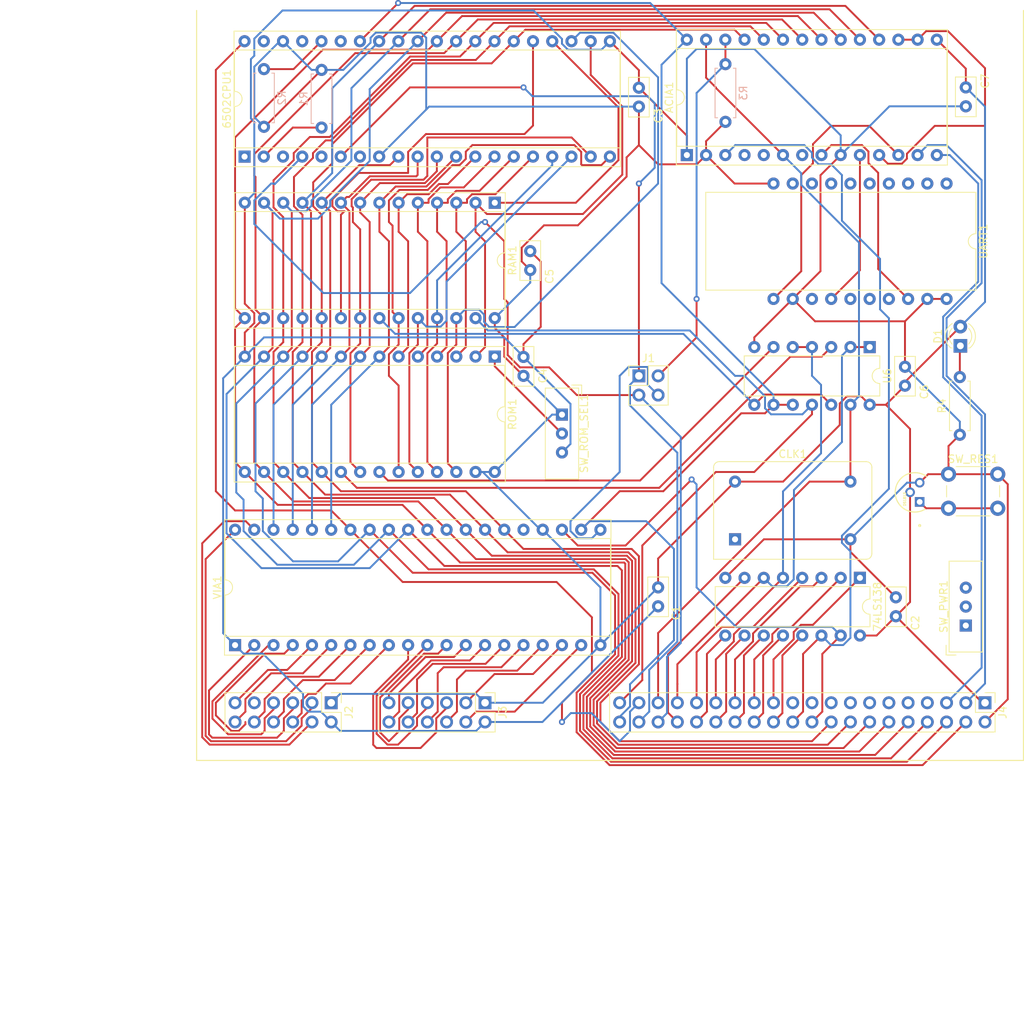
<source format=kicad_pcb>
(kicad_pcb (version 20211014) (generator pcbnew)
  (layers (0 "F.Cu" signal) (31 "B.Cu" signal) (34 "B.Paste" user) (35 "F.Paste" user) (36 "B.SilkS" user "B.Silkscreen") (37 "F.SilkS" user "F.Silkscreen") (38 "B.Mask" user) (39 "F.Mask" user) (44 "Edge.Cuts" user))
  (net 0 "")
  (net 1 "/~{IO6}")
  (net 3 "/~{IO5}")
  (net 4 "Net-(6502CPU1-Pad2)")
  (net 5 "/~{IO4}")
  (net 8 "/A0")
  (net 9 "/A1")
  (net 10 "/A2")
  (net 11 "/A3")
  (net 12 "/A4")
  (net 13 "/A5")
  (net 14 "/A6")
  (net 15 "/A7")
  (net 16 "/A8")
  (net 17 "/A9")
  (net 18 "/A10")
  (net 19 "/A11")
  (net 20 "/A12")
  (net 21 "/A13")
  (net 22 "/A14")
  (net 23 "/A15")
  (net 25 "+5V")
  (net 26 "GND")
  (net 28 "/~{IO3}")
  (net 29 "/D0")
  (net 31 "/D1")
  (net 32 "/D2")
  (net 34 "/D3")
  (net 35 "/D4")
  (net 36 "/D5")
  (net 37 "/D6")
  (net 38 "/D7")
  (net 39 "Net-(6502CPU1-Pad36)")
  (net 40 "/~{IO2}")
  (net 42 "/RES")
  (net 44 "/~{IO1}")
  (net 45 "/~{IRQ}")
  (net 46 "/~{NMI}")
  (net 47 "/R{slash}~{W}")
  (net 48 "/~{RES}")
  (net 49 "Net-(ACIA1-Pad11)")
  (net 50 "/~{ACIA_RTS}")
  (net 51 "/ACIA_TX")
  (net 52 "/ACIA_RX")
  (net 53 "/~{ACIAIRQ}")
  (net 54 "/~{VIAIRQ}")
  (net 55 "/CA1")
  (net 56 "/CA2")
  (net 57 "/PA0")
  (net 58 "/~{IO7}")
  (net 59 "/~{IO0}")
  (net 60 "/CLK")
  (net 61 "/ROM_SEL")
  (net 62 "/PA7")
  (net 63 "/PA1")
  (net 64 "/PA6")
  (net 65 "/PA2")
  (net 66 "/PA5")
  (net 67 "/PA3")
  (net 68 "/PA4")
  (net 69 "/CB1")
  (net 70 "/CB2")
  (net 71 "/PB0")
  (net 72 "/PB7")
  (net 73 "/PB1")
  (net 74 "/PB6")
  (net 75 "/PB2")
  (net 76 "/PB5")
  (net 77 "/PB3")
  (net 78 "/PB4")
  (net 79 "/~{RAMOE}")
  (net 80 "/~{RAMWE}")
  (net 81 "/~{ROMCS}")
  (net 82 "/~{ROMOE}")
  (net 99 "Net-(D1-Pad1)")
  (footprint "LED_THT:LED_D3.0mm" (layer "F.Cu") (at 111.041256 62.076966 90)
    (fp_text reference "D1")
    (fp_text value "LED")
  )
  (footprint "Package_DIP:DIP-14_W7.62mm" (layer "F.Cu") (at 99.065 62.24 -90)
    (fp_text reference "U6")
    (fp_text value "74LS00")
  )
  (footprint "Capacitor_THT:C_Disc_D5.0mm_W2.5mm_P2.50mm" (layer "F.Cu") (at 111.76 27.94 -90)
    (fp_text reference "C7")
    (fp_text value "0.1uF")
  )
  (footprint "Package_DIP:DIP-40_W15.24mm_Socket" (layer "F.Cu") (at 16.494252 37.081581 90)
    (fp_text reference "6502CPU1")
    (fp_text value "W65C02SxP")
  )
  (footprint "Package_DIP:DIP-40_W15.24mm_Socket" (layer "F.Cu") (at 15.24 101.605 90)
    (fp_text reference "VIA1")
    (fp_text value "W65C22SxP")
  )
  (footprint "Package_DIP:DIP-28_W15.24mm_Socket" (layer "F.Cu") (at 74.915 36.87652 90)
    (fp_text reference "ACIA1")
    (fp_text value "W65C51NxP")
  )
  (footprint "Resistor_THT:R_Axial_DIN0207_L6.3mm_D2.5mm_P7.62mm_Horizontal" (layer "F.Cu") (at 110.97136 73.820839 90)
    (fp_text reference "R4")
    (fp_text value "220")
  )
  (footprint "Connector_PinHeader_2.54mm:PinHeader_2x20_P2.54mm_Vertical" (layer "F.Cu") (at 114.3 109.22 -90)
    (fp_text reference "J4")
    (fp_text value "Expansion_Header")
  )
  (footprint "Capacitor_THT:C_Disc_D5.0mm_W2.5mm_P2.50mm" (layer "F.Cu") (at 71.12 93.98 -90)
    (fp_text reference "C1")
    (fp_text value "0.1uF")
  )
  (footprint "Capacitor_THT:C_Disc_D5.0mm_W2.5mm_P2.50mm" (layer "F.Cu") (at 68.58 30.48 90)
    (fp_text reference "C3")
    (fp_text value "0.1uF")
  )
  (footprint "Capacitor_THT:C_Disc_D5.0mm_W2.5mm_P2.50mm" (layer "F.Cu") (at 103.725377 67.338821 90)
    (fp_text reference "C6")
    (fp_text value "0.1uF")
  )
  (footprint "Capacitor_THT:C_Disc_D5.0mm_W2.5mm_P2.50mm" (layer "F.Cu") (at 102.521666 97.791265 90)
    (fp_text reference "C2")
    (fp_text value "0.1uF")
  )
  (footprint "Connector_PinHeader_2.54mm:PinHeader_2x02_P2.54mm_Vertical" (layer "F.Cu") (at 68.58 66.04)
    (fp_text reference "J1")
    (fp_text value "INT_JMP")
  )
  (footprint "SW_THT_DPDT:SW_THT_DPDT" (layer "F.Cu") (at 111.76 96.52 90)
    (fp_text reference "SW_PWR1")
    (fp_text value "SW_SPDT")
  )
  (footprint "SW_THT_DPDT:SW_THT_DPDT" (layer "F.Cu") (at 58.42 73.66 -90)
    (fp_text reference "SW_ROM_SEL1")
    (fp_text value "SW_SPDT")
  )
  (footprint "Package_DIP:DIP-16_W7.62mm" (layer "F.Cu") (at 97.775 92.72 -90)
    (fp_text reference "74LS138")
    (fp_text value "74LS138")
  )
  (footprint "Connector_PinHeader_2.54mm:PinHeader_2x06_P2.54mm_Vertical" (layer "F.Cu") (at 48.26 109.22 -90)
    (fp_text reference "J3")
    (fp_text value "VIA_PORTB")
  )
  (footprint "DS1813-5:21-0248A" (layer "F.Cu") (at 104.397604 80.149388 90)
    (fp_text reference "DS1813")
    (fp_text value "DS1813-5")
  )
  (footprint "Package_DIP:DIP-28_W15.24mm_Socket" (layer "F.Cu") (at 49.545 43.175 -90)
    (fp_text reference "RAM1")
    (fp_text value "HM62256BLP")
  )
  (footprint "Capacitor_THT:C_Disc_D5.0mm_W2.5mm_P2.50mm" (layer "F.Cu") (at 54.230528 52.063308 90)
    (fp_text reference "C5")
    (fp_text value "0.1uF")
  )
  (footprint "Package_DIP:DIP-28_W15.24mm_Socket" (layer "F.Cu") (at 49.545 63.495 -90)
    (fp_text reference "ROM1")
    (fp_text value "28C256")
  )
  (footprint "Oscillator:Oscillator_DIP-14" (layer "F.Cu") (at 81.28 87.63)
    (fp_text reference "CLK1")
    (fp_text value "CXO_DIP14")
  )
  (footprint "SW_THT_DPDT:DIP-20_W15.24mm_UART" (layer "F.Cu") (at 111.76 40.64 -90)
    (fp_text reference "UART1")
    (fp_text value "USB_UART_BOARD")
  )
  (footprint "Capacitor_THT:C_Disc_D5.0mm_W2.5mm_P2.50mm" (layer "F.Cu") (at 53.34 66.04 90)
    (fp_text reference "C4")
    (fp_text value "0.1uF")
  )
  (footprint "Connector_PinHeader_2.54mm:PinHeader_2x06_P2.54mm_Vertical" (layer "F.Cu") (at 27.94 109.22 -90)
    (fp_text reference "J2")
    (fp_text value "VIA_PORTA")
  )
  (footprint "Button_Switch_THT:SW_PUSH_6mm" (layer "F.Cu") (at 109.476042 79.03)
    (fp_text reference "SW_RES1")
    (fp_text value "SW_Push")
  )
  (footprint "Resistor_THT:R_Axial_DIN0207_L6.3mm_D2.5mm_P7.62mm_Horizontal" (layer "B.Cu") (at 80.011711 32.490027 90)
    (fp_text reference "R3")
    (fp_text value "3.3k")
  )
  (footprint "Resistor_THT:R_Axial_DIN0207_L6.3mm_D2.5mm_P7.62mm_Horizontal" (layer "B.Cu") (at 19.056237 33.143526 90)
    (fp_text reference "R2")
    (fp_text value "3.3k")
  )
  (footprint "Resistor_THT:R_Axial_DIN0207_L6.3mm_D2.5mm_P7.62mm_Horizontal" (layer "B.Cu") (at 26.663732 25.627187 -90)
    (fp_text reference "R1")
    (fp_text value "3.3k")
  )
  (gr_line (start 10.16 17.78) (end 10.16 116.84) (layer "F.SilkS") (width 0.15))
  (gr_line (start 119.38 116.84) (end 119.38 17.78) (layer "F.SilkS") (width 0.15))
  (gr_line (start 10.16 116.84) (end 119.38 116.84) (layer "F.SilkS") (width 0.15))
  (segment (start 77.565489 102.769511) (end 77.565489 110.394511) (width 0.25) (layer "F.Cu") (net 1))
  (segment (start 79.995 100.34) (end 77.565489 102.769511) (width 0.25) (layer "F.Cu") (net 1))
  (segment (start 77.565489 110.394511) (end 76.2 111.76) (width 0.25) (layer "F.Cu") (net 1))
  (segment (start 80.105489 102.769511) (end 80.105489 110.394511) (width 0.25) (layer "F.Cu") (net 3))
  (segment (start 82.535 100.34) (end 80.105489 102.769511) (width 0.25) (layer "F.Cu") (net 3))
  (segment (start 80.105489 110.394511) (end 78.74 111.76) (width 0.25) (layer "F.Cu") (net 3))
  (segment (start 22.868646 33.247187) (end 19.034252 37.081581) (width 0.25) (layer "F.Cu") (net 4))
  (segment (start 26.663732 33.247187) (end 22.868646 33.247187) (width 0.25) (layer "F.Cu") (net 4))
  (segment (start 82.454511 110.585489) (end 81.28 111.76) (width 0.25) (layer "F.Cu") (net 5))
  (segment (start 85.075 100.34) (end 82.454511 102.960489) (width 0.25) (layer "F.Cu") (net 5))
  (segment (start 82.454511 102.960489) (end 82.454511 110.585489) (width 0.25) (layer "F.Cu") (net 5))
  (segment (start 26.685 63.495) (end 27.809511 62.370489) (width 0.25) (layer "F.Cu") (net 8))
  (segment (start 35.689741 38.206092) (end 36.814252 37.081581) (width 0.25) (layer "F.Cu") (net 8))
  (segment (start 31.653908 38.206092) (end 35.689741 38.206092) (width 0.25) (layer "F.Cu") (net 8))
  (segment (start 27.809511 62.370489) (end 27.809511 44.299511) (width 0.25) (layer "F.Cu") (net 8))
  (segment (start 27.809511 44.299511) (end 26.685 43.175) (width 0.25) (layer "F.Cu") (net 8))
  (segment (start 26.685 43.175) (end 31.653908 38.206092) (width 0.25) (layer "F.Cu") (net 8))
  (segment (start 109.22 35.56) (end 113.85048 40.19048) (width 0.25) (layer "B.Cu") (net 8))
  (segment (start 20.32 69.86) (end 26.685 63.495) (width 0.25) (layer "B.Cu") (net 8))
  (segment (start 109.22 66.04) (end 114.3 71.12) (width 0.25) (layer "B.Cu") (net 8))
  (segment (start 114.3 106.68) (end 111.76 109.22) (width 0.25) (layer "B.Cu") (net 8))
  (segment (start 105.395 36.87652) (end 106.71152 35.56) (width 0.25) (layer "B.Cu") (net 8))
  (segment (start 113.85048 40.19048) (end 113.85048 53.78952) (width 0.25) (layer "B.Cu") (net 8))
  (segment (start 106.71152 35.56) (end 109.22 35.56) (width 0.25) (layer "B.Cu") (net 8))
  (segment (start 20.32 86.365) (end 20.32 69.86) (width 0.25) (layer "B.Cu") (net 8))
  (segment (start 113.85048 53.78952) (end 109.22 58.42) (width 0.25) (layer "B.Cu") (net 8))
  (segment (start 109.22 58.42) (end 109.22 66.04) (width 0.25) (layer "B.Cu") (net 8))
  (segment (start 114.3 71.12) (end 114.3 106.68) (width 0.25) (layer "B.Cu") (net 8))
  (segment (start 30.349511 62.370489) (end 30.349511 44.299511) (width 0.25) (layer "F.Cu") (net 9))
  (segment (start 29.225 63.495) (end 30.349511 62.370489) (width 0.25) (layer "F.Cu") (net 9))
  (segment (start 29.992326 42.407674) (end 30.306308 42.407674) (width 0.25) (layer "F.Cu") (net 9))
  (segment (start 30.349511 44.299511) (end 29.225 43.175) (width 0.25) (layer "F.Cu") (net 9))
  (segment (start 33.029711 39.684272) (end 39.176918 39.684272) (width 0.25) (layer "F.Cu") (net 9))
  (segment (start 29.225 43.175) (end 29.992326 42.407674) (width 0.25) (layer "F.Cu") (net 9))
  (segment (start 30.306308 42.407674) (end 33.029711 39.684272) (width 0.25) (layer "F.Cu") (net 9))
  (segment (start 39.354252 39.506938) (end 39.354252 37.081581) (width 0.25) (layer "F.Cu") (net 9))
  (segment (start 39.176918 39.684272) (end 39.354252 39.506938) (width 0.25) (layer "F.Cu") (net 9))
  (segment (start 108.77048 66.226198) (end 109.033803 66.48952) (width 0.25) (layer "B.Cu") (net 9))
  (segment (start 113.40096 40.64) (end 113.40096 53.603322) (width 0.25) (layer "B.Cu") (net 9))
  (segment (start 113.40096 53.603322) (end 108.77048 58.233803) (width 0.25) (layer "B.Cu") (net 9))
  (segment (start 109.033803 66.48952) (end 113.85048 71.306197) (width 0.25) (layer "B.Cu") (net 9))
  (segment (start 22.86 69.86) (end 29.225 63.495) (width 0.25) (layer "B.Cu") (net 9))
  (segment (start 109.63748 36.87652) (end 113.40096 40.64) (width 0.25) (layer "B.Cu") (net 9))
  (segment (start 22.86 86.365) (end 22.86 69.86) (width 0.25) (layer "B.Cu") (net 9))
  (segment (start 108.77048 58.233803) (end 108.77048 66.226198) (width 0.25) (layer "B.Cu") (net 9))
  (segment (start 113.85048 104.58952) (end 109.22 109.22) (width 0.25) (layer "B.Cu") (net 9))
  (segment (start 113.85048 71.306197) (end 113.85048 104.58952) (width 0.25) (layer "B.Cu") (net 9))
  (segment (start 107.935 36.87652) (end 109.63748 36.87652) (width 0.25) (layer "B.Cu") (net 9))
  (segment (start 33.02 62.24) (end 33.02 45.72) (width 0.25) (layer "F.Cu") (net 10))
  (segment (start 41.894252 39.008867) (end 41.894252 37.081581) (width 0.25) (layer "F.Cu") (net 10))
  (segment (start 34.356688 40.583312) (end 40.319807 40.583312) (width 0.25) (layer "F.Cu") (net 10))
  (segment (start 31.765 44.465) (end 31.765 43.175) (width 0.25) (layer "F.Cu") (net 10))
  (segment (start 40.319807 40.583312) (end 41.894252 39.008867) (width 0.25) (layer "F.Cu") (net 10))
  (segment (start 33.02 45.72) (end 31.765 44.465) (width 0.25) (layer "F.Cu") (net 10))
  (segment (start 31.765 63.495) (end 33.02 62.24) (width 0.25) (layer "F.Cu") (net 10))
  (segment (start 31.765 43.175) (end 34.356688 40.583312) (width 0.25) (layer "F.Cu") (net 10))
  (segment (start 25.4 69.86) (end 31.765 63.495) (width 0.25) (layer "B.Cu") (net 10))
  (segment (start 25.4 86.365) (end 25.4 69.86) (width 0.25) (layer "B.Cu") (net 10))
  (segment (start 44.434252 37.104585) (end 44.434252 37.081581) (width 0.25) (layer "F.Cu") (net 11))
  (segment (start 35.56 48.26) (end 34.305 47.005) (width 0.25) (layer "F.Cu") (net 11))
  (segment (start 36.447168 41.032832) (end 40.506005 41.032832) (width 0.25) (layer "F.Cu") (net 11))
  (segment (start 35.56 62.24) (end 35.56 48.26) (width 0.25) (layer "F.Cu") (net 11))
  (segment (start 34.305 63.495) (end 35.56 62.24) (width 0.25) (layer "F.Cu") (net 11))
  (segment (start 34.305 47.005) (end 34.305 43.175) (width 0.25) (layer "F.Cu") (net 11))
  (segment (start 40.506005 41.032832) (end 44.434252 37.104585) (width 0.25) (layer "F.Cu") (net 11))
  (segment (start 34.305 43.175) (end 36.447168 41.032832) (width 0.25) (layer "F.Cu") (net 11))
  (segment (start 27.94 86.365) (end 27.94 69.86) (width 0.25) (layer "B.Cu") (net 11))
  (segment (start 27.94 69.86) (end 34.305 63.495) (width 0.25) (layer "B.Cu") (net 11))
  (segment (start 42.172054 40.701929) (end 43.353904 40.701929) (width 0.25) (layer "F.Cu") (net 12))
  (segment (start 40.823494 42.050489) (end 42.172054 40.701929) (width 0.25) (layer "F.Cu") (net 12))
  (segment (start 38.1 62.24) (end 38.1 48.26) (width 0.25) (layer "F.Cu") (net 12))
  (segment (start 36.845 63.495) (end 38.1 62.24) (width 0.25) (layer "F.Cu") (net 12))
  (segment (start 36.845 47.005) (end 36.845 43.175) (width 0.25) (layer "F.Cu") (net 12))
  (segment (start 37.969511 42.050489) (end 40.823494 42.050489) (width 0.25) (layer "F.Cu") (net 12))
  (segment (start 38.1 48.26) (end 36.845 47.005) (width 0.25) (layer "F.Cu") (net 12))
  (segment (start 36.845 43.175) (end 37.969511 42.050489) (width 0.25) (layer "F.Cu") (net 12))
  (segment (start 43.353904 40.701929) (end 46.974252 37.081581) (width 0.25) (layer "F.Cu") (net 12))
  (segment (start 42.358251 41.151449) (end 45.444384 41.151449) (width 0.25) (layer "F.Cu") (net 13))
  (segment (start 40.800489 42.709211) (end 42.358251 41.151449) (width 0.25) (layer "F.Cu") (net 13))
  (segment (start 39.385 43.175) (end 39.39 43.18) (width 0.25) (layer "F.Cu") (net 13))
  (segment (start 40.64 48.26) (end 39.385 47.005) (width 0.25) (layer "F.Cu") (net 13))
  (segment (start 45.444384 41.151449) (end 49.514252 37.081581) (width 0.25) (layer "F.Cu") (net 13))
  (segment (start 39.385 47.005) (end 39.385 43.175) (width 0.25) (layer "F.Cu") (net 13))
  (segment (start 39.385 63.495) (end 40.64 62.24) (width 0.25) (layer "F.Cu") (net 13))
  (segment (start 40.64 62.24) (end 40.64 48.26) (width 0.25) (layer "F.Cu") (net 13))
  (segment (start 39.39 43.18) (end 40.800489 43.18) (width 0.25) (layer "F.Cu") (net 13))
  (segment (start 40.800489 43.18) (end 40.800489 42.709211) (width 0.25) (layer "F.Cu") (net 13))
  (segment (start 43.18 62.24) (end 43.18 48.26) (width 0.25) (layer "F.Cu") (net 14))
  (segment (start 41.925 47.005) (end 41.925 43.175) (width 0.25) (layer "F.Cu") (net 14))
  (segment (start 43.340489 43.18) (end 43.340489 42.709211) (width 0.25) (layer "F.Cu") (net 14))
  (segment (start 43.340489 42.709211) (end 44.448731 41.600969) (width 0.25) (layer "F.Cu") (net 14))
  (segment (start 41.925 43.175) (end 41.93 43.18) (width 0.25) (layer "F.Cu") (net 14))
  (segment (start 41.925 63.495) (end 43.18 62.24) (width 0.25) (layer "F.Cu") (net 14))
  (segment (start 41.93 43.18) (end 43.340489 43.18) (width 0.25) (layer "F.Cu") (net 14))
  (segment (start 43.18 48.26) (end 41.925 47.005) (width 0.25) (layer "F.Cu") (net 14))
  (segment (start 44.448731 41.600969) (end 47.534864 41.600969) (width 0.25) (layer "F.Cu") (net 14))
  (segment (start 47.534864 41.600969) (end 52.054252 37.081581) (width 0.25) (layer "F.Cu") (net 14))
  (segment (start 44.465 63.495) (end 45.72 62.24) (width 0.25) (layer "F.Cu") (net 15))
  (segment (start 49.625344 42.050489) (end 54.594252 37.081581) (width 0.25) (layer "F.Cu") (net 15))
  (segment (start 45.72 62.24) (end 45.72 48.26) (width 0.25) (layer "F.Cu") (net 15))
  (segment (start 45.880489 43.18) (end 45.880489 42.709211) (width 0.25) (layer "F.Cu") (net 15))
  (segment (start 44.465 47.005) (end 44.465 43.175) (width 0.25) (layer "F.Cu") (net 15))
  (segment (start 46.539211 42.050489) (end 49.625344 42.050489) (width 0.25) (layer "F.Cu") (net 15))
  (segment (start 45.880489 42.709211) (end 46.539211 42.050489) (width 0.25) (layer "F.Cu") (net 15))
  (segment (start 44.47 43.18) (end 45.880489 43.18) (width 0.25) (layer "F.Cu") (net 15))
  (segment (start 45.72 48.26) (end 44.465 47.005) (width 0.25) (layer "F.Cu") (net 15))
  (segment (start 44.465 43.175) (end 44.47 43.18) (width 0.25) (layer "F.Cu") (net 15))
  (segment (start 41.925 61.76548) (end 41.925 58.415) (width 0.25) (layer "F.Cu") (net 16))
  (segment (start 40.64 63.05048) (end 41.925 61.76548) (width 0.25) (layer "F.Cu") (net 16))
  (segment (start 41.925 78.735) (end 40.64 77.45) (width 0.25) (layer "F.Cu") (net 16))
  (segment (start 40.64 77.45) (end 40.64 63.05048) (width 0.25) (layer "F.Cu") (net 16))
  (segment (start 57.134252 37.081581) (end 57.134252 38.212951) (width 0.25) (layer "B.Cu") (net 16))
  (segment (start 41.925 53.422203) (end 41.925 58.415) (width 0.25) (layer "B.Cu") (net 16))
  (segment (start 57.134252 38.212951) (end 41.925 53.422203) (width 0.25) (layer "B.Cu") (net 16))
  (segment (start 38.260489 63.029211) (end 39.385 61.9047) (width 0.25) (layer "F.Cu") (net 17))
  (segment (start 39.385 61.9047) (end 39.385 58.415) (width 0.25) (layer "F.Cu") (net 17))
  (segment (start 39.385 78.735) (end 38.260489 77.610489) (width 0.25) (layer "F.Cu") (net 17))
  (segment (start 38.260489 77.610489) (end 38.260489 63.029211) (width 0.25) (layer "F.Cu") (net 17))
  (segment (start 43.18 53.575833) (end 59.674252 37.081581) (width 0.25) (layer "B.Cu") (net 17))
  (segment (start 42.390789 59.539511) (end 43.18 58.7503) (width 0.25) (layer "B.Cu") (net 17))
  (segment (start 43.18 58.7503) (end 43.18 53.575833) (width 0.25) (layer "B.Cu") (net 17))
  (segment (start 40.509511 59.539511) (end 42.390789 59.539511) (width 0.25) (layer "B.Cu") (net 17))
  (segment (start 39.385 58.415) (end 40.509511 59.539511) (width 0.25) (layer "B.Cu") (net 17))
  (segment (start 86.36 103.499283) (end 86.36 109.22) (width 0.25) (layer "F.Cu") (net 18))
  (segment (start 91.570489 98.924511) (end 89.980189 98.924511) (width 0.25) (layer "F.Cu") (net 18))
  (segment (start 30.640489 43.640789) (end 30.640489 42.709211) (width 0.25) (layer "F.Cu") (net 18))
  (segment (start 31.765 61.76548) (end 31.765 58.415) (width 0.25) (layer "F.Cu") (net 18))
  (segment (start 97.775 92.72) (end 91.570489 98.924511) (width 0.25) (layer "F.Cu") (net 18))
  (segment (start 31.765 78.735) (end 30.48 77.45) (width 0.25) (layer "F.Cu") (net 18))
  (segment (start 89.030489 100.828794) (end 86.36 103.499283) (width 0.25) (layer "F.Cu") (net 18))
  (segment (start 40.635691 39.63171) (end 40.635691 34.554416) (width 0.25) (layer "F.Cu") (net 18))
  (segment (start 30.799031 43.799331) (end 30.640489 43.640789) (width 0.25) (layer "F.Cu") (net 18))
  (segment (start 31.765 46.685969) (end 30.799031 45.72) (width 0.25) (layer "F.Cu") (net 18))
  (segment (start 30.48 77.45) (end 30.48 63.05048) (width 0.25) (layer "F.Cu") (net 18))
  (segment (start 30.48 63.05048) (end 31.765 61.76548) (width 0.25) (layer "F.Cu") (net 18))
  (segment (start 59.687087 34.554416) (end 62.214252 37.081581) (width 0.25) (layer "F.Cu") (net 18))
  (segment (start 89.030489 99.874211) (end 89.030489 100.828794) (width 0.25) (layer "F.Cu") (net 18))
  (segment (start 33.215908 40.133792) (end 40.133609 40.133792) (width 0.25) (layer "F.Cu") (net 18))
  (segment (start 30.799031 45.72) (end 30.799031 43.799331) (width 0.25) (layer "F.Cu") (net 18))
  (segment (start 40.133609 40.133792) (end 40.635691 39.63171) (width 0.25) (layer "F.Cu") (net 18))
  (segment (start 89.980189 98.924511) (end 89.030489 99.874211) (width 0.25) (layer "F.Cu") (net 18))
  (segment (start 30.640489 42.709211) (end 33.215908 40.133792) (width 0.25) (layer "F.Cu") (net 18))
  (segment (start 40.635691 34.554416) (end 59.687087 34.554416) (width 0.25) (layer "F.Cu") (net 18))
  (segment (start 31.765 58.415) (end 31.765 46.685969) (width 0.25) (layer "F.Cu") (net 18))
  (segment (start 36.845 61.9047) (end 36.845 58.415) (width 0.25) (layer "F.Cu") (net 19))
  (segment (start 86.202777 100.161923) (end 86.202777 101.116505) (width 0.25) (layer "F.Cu") (net 19))
  (segment (start 35.56 66.04) (end 35.56 63.1897) (width 0.25) (layer "F.Cu") (net 19))
  (segment (start 40.692203 41.482352) (end 43.968463 38.206092) (width 0.25) (layer "F.Cu") (net 19))
  (segment (start 45.715444 37.390689) (end 45.715444 36.428542) (width 0.25) (layer "F.Cu") (net 19))
  (segment (start 60.96 36.463047) (end 60.96 38.1) (width 0.25) (layer "F.Cu") (net 19))
  (segment (start 88.739511 99.215489) (end 87.149211 99.215489) (width 0.25) (layer "F.Cu") (net 19))
  (segment (start 95.235 92.72) (end 88.739511 99.215489) (width 0.25) (layer "F.Cu") (net 19))
  (segment (start 36.947348 41.482352) (end 40.692203 41.482352) (width 0.25) (layer "F.Cu") (net 19))
  (segment (start 60.96 38.1) (end 61.066092 38.206092) (width 0.25) (layer "F.Cu") (net 19))
  (segment (start 45.715444 36.428542) (end 46.583986 35.56) (width 0.25) (layer "F.Cu") (net 19))
  (segment (start 36.045001 46.205001) (end 35.56 45.72) (width 0.25) (layer "F.Cu") (net 19))
  (segment (start 35.56 42.8697) (end 36.947348 41.482352) (width 0.25) (layer "F.Cu") (net 19))
  (segment (start 36.845 78.735) (end 36.845 67.325) (width 0.25) (layer "F.Cu") (net 19))
  (segment (start 36.045001 57.615001) (end 36.045001 46.205001) (width 0.25) (layer "F.Cu") (net 19))
  (segment (start 60.056953 35.56) (end 60.96 36.463047) (width 0.25) (layer "F.Cu") (net 19))
  (segment (start 36.845 58.415) (end 36.045001 57.615001) (width 0.25) (layer "F.Cu") (net 19))
  (segment (start 35.56 63.1897) (end 36.845 61.9047) (width 0.25) (layer "F.Cu") (net 19))
  (segment (start 43.968463 38.206092) (end 44.900041 38.206092) (width 0.25) (layer "F.Cu") (net 19))
  (segment (start 36.845 67.325) (end 35.56 66.04) (width 0.25) (layer "F.Cu") (net 19))
  (segment (start 61.066092 38.206092) (end 63.629741 38.206092) (width 0.25) (layer "F.Cu") (net 19))
  (segment (start 86.202777 101.116505) (end 83.82 103.499282) (width 0.25) (layer "F.Cu") (net 19))
  (segment (start 87.149211 99.215489) (end 86.202777 100.161923) (width 0.25) (layer "F.Cu") (net 19))
  (segment (start 44.900041 38.206092) (end 45.715444 37.390689) (width 0.25) (layer "F.Cu") (net 19))
  (segment (start 63.629741 38.206092) (end 64.754252 37.081581) (width 0.25) (layer "F.Cu") (net 19))
  (segment (start 83.82 103.499282) (end 83.82 109.22) (width 0.25) (layer "F.Cu") (net 19))
  (segment (start 46.583986 35.56) (end 60.056953 35.56) (width 0.25) (layer "F.Cu") (net 19))
  (segment (start 35.56 45.72) (end 35.56 42.8697) (width 0.25) (layer "F.Cu") (net 19))
  (segment (start 48.26 62.24) (end 48.26 48.26) (width 0.25) (layer "F.Cu") (net 20))
  (segment (start 48.494361 44.664361) (end 47.005 43.175) (width 0.25) (layer "F.Cu") (net 20))
  (segment (start 47.005 47.005) (end 47.005 43.175) (width 0.25) (layer "F.Cu") (net 20))
  (segment (start 81.28 103.499282) (end 81.28 109.22) (width 0.25) (layer "F.Cu") (net 20))
  (segment (start 47.005 63.495) (end 48.26 62.24) (width 0.25) (layer "F.Cu") (net 20))
  (segment (start 48.26 48.26) (end 47.005 47.005) (width 0.25) (layer "F.Cu") (net 20))
  (segment (start 92.695 92.72) (end 91.570489 93.844511) (width 0.25) (layer "F.Cu") (net 20))
  (segment (start 83.659511 100.063251) (end 83.659511 101.119771) (width 0.25) (layer "F.Cu") (net 20))
  (segment (start 91.570489 93.844511) (end 89.878251 93.844511) (width 0.25) (layer "F.Cu") (net 20))
  (segment (start 62.214252 21.841581) (end 62.214252 26.285863) (width 0.25) (layer "F.Cu") (net 20))
  (segment (start 66.386949 30.45856) (end 66.386949 39.466158) (width 0.25) (layer "F.Cu") (net 20))
  (segment (start 62.214252 26.285863) (end 66.386949 30.45856) (width 0.25) (layer "F.Cu") (net 20))
  (segment (start 89.878251 93.844511) (end 83.659511 100.063251) (width 0.25) (layer "F.Cu") (net 20))
  (segment (start 83.659511 101.119771) (end 81.28 103.499282) (width 0.25) (layer "F.Cu") (net 20))
  (segment (start 61.188746 44.664361) (end 48.494361 44.664361) (width 0.25) (layer "F.Cu") (net 20))
  (segment (start 66.386949 39.466158) (end 61.188746 44.664361) (width 0.25) (layer "F.Cu") (net 20))
  (segment (start 78.74 103.499282) (end 78.74 109.22) (width 0.25) (layer "F.Cu") (net 21))
  (segment (start 43.340489 63.029211) (end 44.465 61.9047) (width 0.25) (layer "F.Cu") (net 21))
  (segment (start 82.069211 99.215489) (end 81.119511 100.165189) (width 0.25) (layer "F.Cu") (net 21))
  (segment (start 43.340489 77.610489) (end 43.340489 63.029211) (width 0.25) (layer "F.Cu") (net 21))
  (segment (start 81.119511 100.165189) (end 81.119511 101.119771) (width 0.25) (layer "F.Cu") (net 21))
  (segment (start 44.465 61.9047) (end 44.465 58.415) (width 0.25) (layer "F.Cu") (net 21))
  (segment (start 44.465 78.735) (end 43.340489 77.610489) (width 0.25) (layer "F.Cu") (net 21))
  (segment (start 90.155 92.72) (end 83.659511 99.215489) (width 0.25) (layer "F.Cu") (net 21))
  (segment (start 83.659511 99.215489) (end 82.069211 99.215489) (width 0.25) (layer "F.Cu") (net 21))
  (segment (start 81.119511 101.119771) (end 78.74 103.499282) (width 0.25) (layer "F.Cu") (net 21))
  (segment (start 52.168044 59.591956) (end 48.817674 59.591956) (width 0.25) (layer "B.Cu") (net 21))
  (segment (start 59.674252 21.841581) (end 60.798763 20.71707) (width 0.25) (layer "B.Cu") (net 21))
  (segment (start 48.817674 59.591956) (end 48.129511 58.903793) (width 0.25) (layer "B.Cu") (net 21))
  (segment (start 71.12 40.64) (end 52.168044 59.591956) (width 0.25) (layer "B.Cu") (net 21))
  (segment (start 48.129511 58.903793) (end 48.129511 57.949211) (width 0.25) (layer "B.Cu") (net 21))
  (segment (start 48.129511 57.949211) (end 47.470789 57.290489) (width 0.25) (layer "B.Cu") (net 21))
  (segment (start 47.470789 57.290489) (end 45.589511 57.290489) (width 0.25) (layer "B.Cu") (net 21))
  (segment (start 71.12 26.617029) (end 71.12 40.64) (width 0.25) (layer "B.Cu") (net 21))
  (segment (start 45.589511 57.290489) (end 44.465 58.415) (width 0.25) (layer "B.Cu") (net 21))
  (segment (start 60.798763 20.71707) (end 65.220041 20.71707) (width 0.25) (layer "B.Cu") (net 21))
  (segment (start 65.220041 20.71707) (end 71.12 26.617029) (width 0.25) (layer "B.Cu") (net 21))
  (segment (start 87.615 92.72) (end 81.119511 99.215489) (width 0.25) (layer "F.Cu") (net 22))
  (segment (start 65.878763 37.54737) (end 60.251133 43.175) (width 0.25) (layer "F.Cu") (net 22))
  (segment (start 76.2 102.5447) (end 76.2 109.22) (width 0.25) (layer "F.Cu") (net 22))
  (segment (start 65.878763 30.586092) (end 65.878763 37.54737) (width 0.25) (layer "F.Cu") (net 22))
  (segment (start 81.119511 99.215489) (end 79.529211 99.215489) (width 0.25) (layer "F.Cu") (net 22))
  (segment (start 57.134252 21.841581) (end 65.878763 30.586092) (width 0.25) (layer "F.Cu") (net 22))
  (segment (start 88.905 62.24) (end 91.445 62.24) (width 0.25) (layer "F.Cu") (net 22))
  (segment (start 79.529211 99.215489) (end 76.2 102.5447) (width 0.25) (layer "F.Cu") (net 22))
  (segment (start 60.251133 43.175) (end 49.545 43.175) (width 0.25) (layer "F.Cu") (net 22))
  (segment (start 91.445 66.036417) (end 91.445 62.24) (width 0.25) (layer "B.Cu") (net 22))
  (segment (start 92.640944 67.232361) (end 91.445 66.036417) (width 0.25) (layer "B.Cu") (net 22))
  (segment (start 87.615 92.72) (end 87.615 81.299488) (width 0.25) (layer "B.Cu") (net 22))
  (segment (start 92.640944 76.273544) (end 92.640944 67.232361) (width 0.25) (layer "B.Cu") (net 22))
  (segment (start 87.615 81.299488) (end 92.640944 76.273544) (width 0.25) (layer "B.Cu") (net 22))
  (segment (start 54.594252 32.979922) (end 54.594252 21.841581) (width 0.25) (layer "F.Cu") (net 23))
  (segment (start 31.574948 39.234752) (end 38.1 39.234752) (width 0.25) (layer "F.Cu") (net 23))
  (segment (start 28.100489 43.640789) (end 28.100489 42.709211) (width 0.25) (layer "F.Cu") (net 23))
  (segment (start 96.525 62.24) (end 99.065 62.24) (width 0.25) (layer "F.Cu") (net 23))
  (segment (start 29.225 58.415) (end 29.225 44.7653) (width 0.25) (layer "F.Cu") (net 23))
  (segment (start 85.075 92.72) (end 73.66069 104.13431) (width 0.25) (layer "F.Cu") (net 23))
  (segment (start 73.66069 104.13431) (end 73.66069 106.738878) (width 0.25) (layer "F.Cu") (net 23))
  (segment (start 29.225 44.7653) (end 29.690789 44.299511) (width 0.25) (layer "F.Cu") (net 23))
  (segment (start 28.759211 44.299511) (end 28.100489 43.640789) (width 0.25) (layer "F.Cu") (net 23))
  (segment (start 28.100489 42.709211) (end 31.574948 39.234752) (width 0.25) (layer "F.Cu") (net 23))
  (segment (start 40.449494 34.104896) (end 53.469278 34.104896) (width 0.25) (layer "F.Cu") (net 23))
  (segment (start 38.1 39.234752) (end 38.1 36.45439) (width 0.25) (layer "F.Cu") (net 23))
  (segment (start 53.469278 34.104896) (end 54.594252 32.979922) (width 0.25) (layer "F.Cu") (net 23))
  (segment (start 29.690789 44.299511) (end 28.759211 44.299511) (width 0.25) (layer "F.Cu") (net 23))
  (segment (start 38.1 36.45439) (end 40.449494 34.104896) (width 0.25) (layer "F.Cu") (net 23))
  (segment (start 73.66069 106.738878) (end 73.66 106.739568) (width 0.25) (layer "F.Cu") (net 23))
  (segment (start 73.66 106.739568) (end 73.66 109.22) (width 0.25) (layer "F.Cu") (net 23))
  (segment (start 86.199511 93.844511) (end 88.10957 93.844511) (width 0.25) (layer "B.Cu") (net 23))
  (segment (start 95.400489 74.779511) (end 95.400489 63.364511) (width 0.25) (layer "B.Cu") (net 23))
  (segment (start 85.075 92.72) (end 86.199511 93.844511) (width 0.25) (layer "B.Cu") (net 23))
  (segment (start 89.030489 92.923592) (end 89.030489 90.327609) (width 0.25) (layer "B.Cu") (net 23))
  (segment (start 95.400489 63.364511) (end 96.525 62.24) (width 0.25) (layer "B.Cu") (net 23))
  (segment (start 89.060278 90.29782) (end 89.060278 81.119722) (width 0.25) (layer "B.Cu") (net 23))
  (segment (start 88.10957 93.844511) (end 89.030489 92.923592) (width 0.25) (layer "B.Cu") (net 23))
  (segment (start 89.030489 90.327609) (end 89.060278 90.29782) (width 0.25) (layer "B.Cu") (net 23))
  (segment (start 89.060278 81.119722) (end 95.400489 74.779511) (width 0.25) (layer "B.Cu") (net 23))
  (segment (start 97.940489 68.735489) (end 96.059211 68.735489) (width 0.25) (layer "F.Cu") (net 25))
  (segment (start 99.972931 100.34) (end 102.521666 97.791265) (width 0.25) (layer "F.Cu") (net 25))
  (segment (start 19.147393 33.143526) (end 19.056237 33.143526) (width 0.25) (layer "F.Cu") (net 25))
  (segment (start 50.8 63.5) (end 53.34 66.04) (width 0.25) (layer "F.Cu") (net 25))
  (segment (start 50.8 60.96) (end 50.8 63.5) (width 0.25) (layer "F.Cu") (net 25))
  (segment (start 77.455 35.046738) (end 80.011711 32.490027) (width 0.25) (layer "F.Cu") (net 25))
  (segment (start 71.12 93.98) (end 71.12 90.17) (width 0.25) (layer "F.Cu") (net 25))
  (segment (start 56.047367 46.156169) (end 53.106017 49.097519) (width 0.25) (layer "F.Cu") (net 25))
  (segment (start 66.95848 39.719131) (end 60.521442 46.156169) (width 0.25) (layer "F.Cu") (net 25))
  (segment (start 68.58 35.56) (end 66.95848 37.18152) (width 0.25) (layer "F.Cu") (net 25))
  (segment (start 53.106017 50.938797) (end 54.230528 52.063308) (width 0.25) (layer "F.Cu") (net 25))
  (segment (start 49.545 58.415) (end 49.545 59.705) (width 0.25) (layer "F.Cu") (net 25))
  (segment (start 76.23152 38.1) (end 77.455 36.87652) (width 0.25) (layer "F.Cu") (net 25))
  (segment (start 96.059211 68.735489) (end 95.109511 69.685189) (width 0.25) (layer "F.Cu") (net 25))
  (segment (start 60.521442 46.156169) (end 56.047367 46.156169) (width 0.25) (layer "F.Cu") (net 25))
  (segment (start 71.12 38.1) (end 76.23152 38.1) (width 0.25) (layer "F.Cu") (net 25))
  (segment (start 26.663732 25.627187) (end 19.147393 33.143526) (width 0.25) (layer "F.Cu") (net 25))
  (segment (start 77.455 36.87652) (end 81.21848 40.64) (width 0.25) (layer "F.Cu") (net 25))
  (segment (start 111.76 25.46152) (end 107.935 21.63652) (width 0.25) (layer "F.Cu") (net 25))
  (segment (start 97.775 100.34) (end 99.972931 100.34) (width 0.25) (layer "F.Cu") (net 25))
  (segment (start 102.521666 97.791265) (end 104.397604 95.915327) (width 0.25) (layer "F.Cu") (net 25))
  (segment (start 68.58 35.56) (end 71.12 38.1) (width 0.25) (layer "F.Cu") (net 25))
  (segment (start 95.109511 69.685189) (end 95.109511 72.530489) (width 0.25) (layer "F.Cu") (net 25))
  (segment (start 111.76 27.94) (end 111.76 25.46152) (width 0.25) (layer "F.Cu") (net 25))
  (segment (start 71.12 90.17) (end 81.28 80.01) (width 0.25) (layer "F.Cu") (net 25))
  (segment (start 66.95848 37.18152) (end 66.95848 39.719131) (width 0.25) (layer "F.Cu") (net 25))
  (segment (start 87.63 80.01) (end 81.28 80.01) (width 0.25) (layer "F.Cu") (net 25))
  (segment (start 104.397604 95.915327) (end 104.397604 81.419388) (width 0.25) (layer "F.Cu") (net 25))
  (segment (start 102.521666 97.791265) (end 113.950401 109.22) (width 0.25) (layer "F.Cu") (net 25))
  (segment (start 104.397604 81.419388) (end 104.397604 73.053406) (width 0.25) (layer "F.Cu") (net 25))
  (segment (start 53.106017 49.097519) (end 53.106017 50.938797) (width 0.25) (layer "F.Cu") (net 25))
  (segment (start 99.065 69.86) (end 97.940489 68.735489) (width 0.25) (layer "F.Cu") (net 25))
  (segment (start 104.397604 73.053406) (end 101.204198 69.86) (width 0.25) (layer "F.Cu") (net 25))
  (segment (start 103.725377 67.338821) (end 103.725377 66.852845) (width 0.25) (layer "F.Cu") (net 25))
  (segment (start 101.204198 69.86) (end 103.725377 67.338821) (width 0.25) (layer "F.Cu") (net 25))
  (segment (start 49.545 59.705) (end 50.8 60.96) (width 0.25) (layer "F.Cu") (net 25))
  (segment (start 95.109511 72.530489) (end 87.63 80.01) (width 0.25) (layer "F.Cu") (net 25))
  (segment (start 99.065 69.86) (end 101.204198 69.86) (width 0.25) (layer "F.Cu") (net 25))
  (segment (start 113.950401 109.22) (end 114.3 109.22) (width 0.25) (layer "F.Cu") (net 25))
  (segment (start 68.58 30.48) (end 68.58 35.56) (width 0.25) (layer "F.Cu") (net 25))
  (segment (start 103.725377 66.852845) (end 111.041256 59.536966) (width 0.25) (layer "F.Cu") (net 25))
  (segment (start 81.21848 40.64) (end 86.36 40.64) (width 0.25) (layer "F.Cu") (net 25))
  (segment (start 77.455 36.87652) (end 77.455 35.046738) (width 0.25) (layer "F.Cu") (net 25))
  (segment (start 54.230528 52.063308) (end 54.230528 53.729472) (width 0.25) (layer "B.Cu") (net 25))
  (segment (start 63.5 101.605) (end 63.5 93.985) (width 0.25) (layer "B.Cu") (net 25))
  (segment (start 55.885 109.22) (end 63.5 101.605) (width 0.25) (layer "B.Cu") (net 25))
  (segment (start 48.26 109.22) (end 55.885 109.22) (width 0.25) (layer "B.Cu") (net 25))
  (segment (start 58.42 71.12) (end 58.42 71.16) (width 0.25) (layer "B.Cu") (net 25))
  (segment (start 114.3 30.48) (end 114.3 56.278222) (width 0.25) (layer "B.Cu") (net 25))
  (segment (start 29.538946 25.627187) (end 33.136532 22.029601) (width 0.25) (layer "B.Cu") (net 25))
  (segment (start 33.821041 20.704492) (end 39.807463 20.704492) (width 0.25) (layer "B.Cu") (net 25))
  (segment (start 39.807463 20.704492) (end 40.488572 21.385601) (width 0.25) (layer "B.Cu") (net 25))
  (segment (start 25.359858 25.627187) (end 21.574252 21.841581) (width 0.25) (layer "B.Cu") (net 25))
  (segment (start 47.085489 108.045489) (end 29.114511 108.045489) (width 0.25) (layer "B.Cu") (net 25))
  (segment (start 71.12 93.98) (end 63.5 101.6) (width 0.25) (layer "B.Cu") (net 25))
  (segment (start 54.230528 53.729472) (end 49.545 58.415) (width 0.25) (layer "B.Cu") (net 25))
  (segment (start 55.88 86.365) (end 55.5847 86.365) (width 0.25) (layer "B.Cu") (net 25))
  (segment (start 40.488572 30.867261) (end 34.274252 37.081581) (width 0.25) (layer "B.Cu") (net 25))
  (segment (start 63.5 93.985) (end 55.88 86.365) (width 0.25) (layer "B.Cu") (net 25))
  (segment (start 53.34 66.04) (end 58.42 71.12) (width 0.25) (layer "B.Cu") (net 25))
  (segment (start 17.78 31.867289) (end 19.056237 33.143526) (width 0.25) (layer "B.Cu") (net 25))
  (segment (start 57.12 71.16) (end 49.545 78.735) (width 0.25) (layer "B.Cu") (net 25))
  (segment (start 114.3 56.278222) (end 111.041256 59.536966) (width 0.25) (layer "B.Cu") (net 25))
  (segment (start 49.545 78.735) (end 47.005 78.735) (width 0.25) (layer "B.Cu") (net 25))
  (segment (start 63.5 101.6) (end 63.5 101.605) (width 0.25) (layer "B.Cu") (net 25))
  (segment (start 21.147882 21.841581) (end 17.78 25.209463) (width 0.25) (layer "B.Cu") (net 25))
  (segment (start 58.42 71.16) (end 57.12 71.16) (width 0.25) (layer "B.Cu") (net 25))
  (segment (start 47.9547 78.735) (end 47.005 78.735) (width 0.25) (layer "B.Cu") (net 25))
  (segment (start 48.26 109.22) (end 47.085489 108.045489) (width 0.25) (layer "B.Cu") (net 25))
  (segment (start 21.574252 21.841581) (end 21.147882 21.841581) (width 0.25) (layer "B.Cu") (net 25))
  (segment (start 111.76 27.94) (end 114.3 30.48) (width 0.25) (layer "B.Cu") (net 25))
  (segment (start 17.78 25.209463) (end 17.78 31.867289) (width 0.25) (layer "B.Cu") (net 25))
  (segment (start 26.663732 25.627187) (end 29.538946 25.627187) (width 0.25) (layer "B.Cu") (net 25))
  (segment (start 40.488572 21.385601) (end 40.488572 30.867261) (width 0.25) (layer "B.Cu") (net 25))
  (segment (start 26.663732 25.627187) (end 25.359858 25.627187) (width 0.25) (layer "B.Cu") (net 25))
  (segment (start 29.114511 108.045489) (end 27.94 109.22) (width 0.25) (layer "B.Cu") (net 25))
  (segment (start 40.875833 30.48) (end 68.58 30.48) (width 0.25) (layer "B.Cu") (net 25))
  (segment (start 33.136532 22.029601) (end 33.136532 21.389001) (width 0.25) (layer "B.Cu") (net 25))
  (segment (start 40.488572 30.867261) (end 40.875833 30.48) (width 0.25) (layer "B.Cu") (net 25))
  (segment (start 55.5847 86.365) (end 47.9547 78.735) (width 0.25) (layer "B.Cu") (net 25))
  (segment (start 33.136532 21.389001) (end 33.821041 20.704492) (width 0.25) (layer "B.Cu") (net 25))
  (segment (start 109.476042 79.03) (end 106.786992 79.03) (width 0.25) (layer "F.Cu") (net 26))
  (segment (start 53.34 61.842728) (end 53.34 63.54) (width 0.25) (layer "F.Cu") (net 26))
  (segment (start 55.615561 50.948341) (end 55.615561 59.567167) (width 0.25) (layer "F.Cu") (net 26))
  (segment (start 103.725377 64.838821) (end 103.725377 58.834623) (width 0.25) (layer "F.Cu") (net 26))
  (segment (start 88.9 55.88) (end 91.854623 58.834623) (width 0.25) (layer "F.Cu") (net 26))
  (segment (start 16.525 43.175) (end 16.525 56.510718) (width 0.25) (layer "F.Cu") (net 26))
  (segment (start 68.58 27.98) (end 74.915 34.315) (width 0.25) (layer "F.Cu") (net 26))
  (segment (start 83.825 60.955) (end 88.9 55.88) (width 0.25) (layer "F.Cu") (net 26))
  (segment (start 68.58 25.667329) (end 64.754252 21.841581) (width 0.25) (layer "F.Cu") (net 26))
  (segment (start 79.995 92.72) (end 81.275 91.44) (width 0.25) (layer "F.Cu") (net 26))
  (segment (start 74.915 34.315) (end 74.915 36.87652) (width 0.25) (layer "F.Cu") (net 26))
  (segment (start 96.52 89.289599) (end 102.521666 95.291265) (width 0.25) (layer "F.Cu") (net 26))
  (segment (start 115.976042 79.03) (end 117.300553 80.354511) (width 0.25) (layer "F.Cu") (net 26))
  (segment (start 68.58 27.98) (end 68.58 25.667329) (width 0.25) (layer "F.Cu") (net 26))
  (segment (start 17.78 59.064282) (end 16.525 60.319282) (width 0.25) (layer "F.Cu") (net 26))
  (segment (start 95.235 36.87652) (end 92.564511 39.547009) (width 0.25) (layer "F.Cu") (net 26))
  (segment (start 117.300553 80.354511) (end 117.300553 108.759447) (width 0.25) (layer "F.Cu") (net 26))
  (segment (start 106.786992 79.03) (end 105.667604 80.149388) (width 0.25) (layer "F.Cu") (net 26))
  (segment (start 81.275 91.44) (end 81.28 91.44) (width 0.25) (layer "F.Cu") (net 26))
  (segment (start 109.476042 79.03) (end 109.476042 75.316157) (width 0.25) (layer "F.Cu") (net 26))
  (segment (start 17.78 57.765718) (end 17.78 59.064282) (width 0.25) (layer "F.Cu") (net 26))
  (segment (start 85.09 87.63) (end 96.52 87.63) (width 0.25) (layer "F.Cu") (net 26))
  (segment (start 106.68 55.88) (end 109.22 55.88) (width 0.25) (layer "F.Cu") (net 26))
  (segment (start 109.476042 79.03) (end 115.976042 79.03) (width 0.25) (layer "F.Cu") (net 26))
  (segment (start 92.564511 39.547009) (end 92.564511 52.215489) (width 0.25) (layer "F.Cu") (net 26))
  (segment (start 16.525 60.319282) (end 16.525 63.495) (width 0.25) (layer "F.Cu") (net 26))
  (segment (start 117.300553 108.759447) (end 114.3 111.76) (width 0.25) (layer "F.Cu") (net 26))
  (segment (start 91.854623 58.834623) (end 103.725377 58.834623) (width 0.25) (layer "F.Cu") (net 26))
  (segment (start 54.230528 49.563308) (end 55.615561 50.948341) (width 0.25) (layer "F.Cu") (net 26))
  (segment (start 96.52 87.63) (end 96.52 89.289599) (width 0.25) (layer "F.Cu") (net 26))
  (segment (start 55.615561 59.567167) (end 53.34 61.842728) (width 0.25) (layer "F.Cu") (net 26))
  (segment (start 16.525 56.510718) (end 17.78 57.765718) (width 0.25) (layer "F.Cu") (net 26))
  (segment (start 103.725377 58.834623) (end 106.68 55.88) (width 0.25) (layer "F.Cu") (net 26))
  (segment (start 81.28 91.44) (end 85.09 87.63) (width 0.25) (layer "F.Cu") (net 26))
  (segment (start 83.825 62.24) (end 83.825 60.955) (width 0.25) (layer "F.Cu") (net 26))
  (segment (start 109.476042 75.316157) (end 110.97136 73.820839) (width 0.25) (layer "F.Cu") (net 26))
  (segment (start 92.564511 52.215489) (end 88.9 55.88) (width 0.25) (layer "F.Cu") (net 26))
  (segment (start 63.629741 22.966092) (end 64.754252 21.841581) (width 0.25) (layer "B.Cu") (net 26))
  (segment (start 76.2 22.86) (end 83.82 22.86) (width 0.25) (layer "B.Cu") (net 26))
  (segment (start 53.34 63.5) (end 53.34 63.54) (width 0.25) (layer "B.Cu") (net 26))
  (segment (start 58.42 76.16) (end 59.544511 75.035489) (width 0.25) (layer "B.Cu") (net 26))
  (segment (start 95.235 34.275) (end 95.235 36.87652) (width 0.25) (layer "B.Cu") (net 26))
  (segment (start 58.42 22.177629) (end 59.208463 22.966092) (width 0.25) (layer "B.Cu") (net 26))
  (segment (start 17.33048 24.204075) (end 17.78 23.754555) (width 0.25) (layer "B.Cu") (net 26))
  (segment (start 17.33048 32.053486) (end 17.33048 24.204075) (width 0.25) (layer "B.Cu") (net 26))
  (segment (start 59.208463 22.966092) (end 63.629741 22.966092) (width 0.25) (layer "B.Cu") (net 26))
  (segment (start 59.544511 69.744511) (end 53.34 63.54) (width 0.25) (layer "B.Cu") (net 26))
  (segment (start 17.78 32.503007) (end 17.33048 32.053486) (width 0.25) (layer "B.Cu") (net 26))
  (segment (start 13.665969 100.030969) (end 13.665969 66.354031) (width 0.25) (layer "B.Cu") (net 26))
  (segment (start 105.667604 80.149388) (end 104.000612 80.149388) (width 0.25) (layer "B.Cu") (net 26))
  (segment (start 64.981581 21.841581) (end 64.754252 21.841581) (width 0.25) (layer "B.Cu") (net 26))
  (segment (start 17.78 23.754555) (end 17.78 21.505533) (width 0.25) (layer "B.Cu") (net 26))
  (segment (start 24.225489 109.706499) (end 24.913501 110.394511) (width 0.25) (layer "B.Cu") (net 26))
  (segment (start 47.085489 112.934511) (end 48.26 111.76) (width 0.25) (layer "B.Cu") (net 26))
  (segment (start 48.26 111.76) (end 55.84 111.76) (width 0.25) (layer "B.Cu") (net 26))
  (segment (start 21.505533 17.78) (end 54.662971 17.78) (width 0.25) (layer "B.Cu") (net 26))
  (segment (start 17.78 41.92) (end 17.78 32.503007) (width 0.25) (layer "B.Cu") (net 26))
  (segment (start 13.665969 66.354031) (end 16.525 63.495) (width 0.25) (layer "B.Cu") (net 26))
  (segment (start 55.84 111.76) (end 71.12 96.48) (width 0.25) (layer "B.Cu") (net 26))
  (segment (start 18.909511 102.729511) (end 24.225489 108.045489) (width 0.25) (layer "B.Cu") (net 26))
  (segment (start 17.78 21.505533) (end 21.505533 17.78) (width 0.25) (layer "B.Cu") (net 26))
  (segment (start 50.8 60.96) (end 53.34 63.5) (width 0.25) (layer "B.Cu") (net 26))
  (segment (start 15.24 101.605) (end 16.364511 102.729511) (width 0.25) (layer "B.Cu") (net 26))
  (segment (start 74.915 36.87652) (end 74.915 24.145) (width 0.25) (layer "B.Cu") (net 26))
  (segment (start 27.94 111.76) (end 29.114511 112.934511) (width 0.25) (layer "B.Cu") (net 26))
  (segment (start 15.24 101.605) (end 13.665969 100.030969) (width 0.25) (layer "B.Cu") (net 26))
  (segment (start 26.574511 110.394511) (end 27.94 111.76) (width 0.25) (layer "B.Cu") (net 26))
  (segment (start 24.225489 108.045489) (end 24.225489 109.706499) (width 0.25) (layer "B.Cu") (net 26))
  (segment (start 110.97136 72.084804) (end 103.725377 64.838821) (width 0.25) (layer "B.Cu") (net 26))
  (segment (start 16.525 43.175) (end 17.78 41.92) (width 0.25) (layer "B.Cu") (net 26))
  (segment (start 54.662971 17.78) (end 58.42 21.537029) (width 0.25) (layer "B.Cu") (net 26))
  (segment (start 58.42 21.537029) (end 58.42 22.177629) (width 0.25) (layer "B.Cu") (net 26))
  (segment (start 16.525 63.495) (end 19.06 60.96) (width 0.25) (layer "B.Cu") (net 26))
  (segment (start 16.364511 102.729511) (end 18.909511 102.729511) (width 0.25) (layer "B.Cu") (net 26))
  (segment (start 19.06 60.96) (end 50.8 60.96) (width 0.25) (layer "B.Cu") (net 26))
  (segment (start 24.913501 110.394511) (end 26.574511 110.394511) (width 0.25) (layer "B.Cu") (net 26))
  (segment (start 83.82 22.86) (end 95.235 34.275) (width 0.25) (layer "B.Cu") (net 26))
  (segment (start 59.544511 75.035489) (end 59.544511 69.744511) (width 0.25) (layer "B.Cu") (net 26))
  (segment (start 29.114511 112.934511) (end 47.085489 112.934511) (width 0.25) (layer "B.Cu") (net 26))
  (segment (start 110.97136 73.820839) (end 110.97136 72.084804) (width 0.25) (layer "B.Cu") (net 26))
  (segment (start 101.67152 30.44) (end 95.235 36.87652) (width 0.25) (layer "B.Cu") (net 26))
  (segment (start 111.76 30.44) (end 101.67152 30.44) (width 0.25) (layer "B.Cu") (net 26))
  (segment (start 104.000612 80.149388) (end 96.52 87.63) (width 0.25) (layer "B.Cu") (net 26))
  (segment (start 74.915 24.145) (end 76.2 22.86) (width 0.25) (layer "B.Cu") (net 26))
  (segment (start 84.994511 102.960489) (end 84.994511 110.585489) (width 0.25) (layer "F.Cu") (net 28))
  (segment (start 84.994511 110.585489) (end 83.82 111.76) (width 0.25) (layer "F.Cu") (net 28))
  (segment (start 87.615 100.34) (end 84.994511 102.960489) (width 0.25) (layer "F.Cu") (net 28))
  (segment (start 95.85184 17.17336) (end 100.315 21.63652) (width 0.25) (layer "F.Cu") (net 29))
  (segment (start 106.062001 117.457999) (end 64.704988 117.457999) (width 0.25) (layer "F.Cu") (net 29))
  (segment (start 38.942473 17.17336) (end 95.85184 17.17336) (width 0.25) (layer "F.Cu") (net 29))
  (segment (start 38.70164 92.04664) (end 33.02 86.365) (width 0.25) (layer "F.Cu") (net 29))
  (segment (start 65.43336 95.041815) (end 62.438185 92.04664) (width 0.25) (layer "F.Cu") (net 29))
  (segment (start 60.35336 107.885419) (end 65.43336 102.805419) (width 0.25) (layer "F.Cu") (net 29))
  (segment (start 25.269511 44.299511) (end 24.145 43.175) (width 0.25) (layer "F.Cu") (net 29))
  (segment (start 64.704988 117.457999) (end 60.35336 113.10637) (width 0.25) (layer "F.Cu") (net 29))
  (segment (start 24.145 63.495) (end 25.269511 62.370489) (width 0.25) (layer "F.Cu") (net 29))
  (segment (start 111.76 111.76) (end 106.062001 117.457999) (width 0.25) (layer "F.Cu") (net 29))
  (segment (start 25.269511 62.370489) (end 25.269511 44.299511) (width 0.25) (layer "F.Cu") (net 29))
  (segment (start 65.43336 102.805419) (end 65.43336 95.041815) (width 0.25) (layer "F.Cu") (net 29))
  (segment (start 62.438185 92.04664) (end 38.70164 92.04664) (width 0.25) (layer "F.Cu") (net 29))
  (segment (start 34.274252 21.841581) (end 38.942473 17.17336) (width 0.25) (layer "F.Cu") (net 29))
  (segment (start 60.35336 113.10637) (end 60.35336 107.885419) (width 0.25) (layer "F.Cu") (net 29))
  (segment (start 17.940489 81.281947) (end 17.940489 69.699511) (width 0.25) (layer "B.Cu") (net 29))
  (segment (start 22.90566 90.54096) (end 18.904511 86.539811) (width 0.25) (layer "B.Cu") (net 29))
  (segment (start 24.145 43.175) (end 28.069741 39.250259) (width 0.25) (layer "B.Cu") (net 29))
  (segment (start 28.069741 28.046092) (end 34.274252 21.841581) (width 0.25) (layer "B.Cu") (net 29))
  (segment (start 18.904511 86.539811) (end 18.904511 82.245969) (width 0.25) (layer "B.Cu") (net 29))
  (segment (start 28.069741 39.250259) (end 28.069741 28.046092) (width 0.25) (layer "B.Cu") (net 29))
  (segment (start 18.904511 82.245969) (end 17.940489 81.281947) (width 0.25) (layer "B.Cu") (net 29))
  (segment (start 17.940489 69.699511) (end 24.145 63.495) (width 0.25) (layer "B.Cu") (net 29))
  (segment (start 33.02 86.365) (end 28.84404 90.54096) (width 0.25) (layer "B.Cu") (net 29))
  (segment (start 28.84404 90.54096) (end 22.90566 90.54096) (width 0.25) (layer "B.Cu") (net 29))
  (segment (start 109.22 111.76) (end 103.971521 117.008479) (width 0.25) (layer "F.Cu") (net 31))
  (segment (start 22.729511 44.299511) (end 21.605 43.175) (width 0.25) (layer "F.Cu") (net 31))
  (segment (start 22.729511 62.370489) (end 22.729511 44.299511) (width 0.25) (layer "F.Cu") (net 31))
  (segment (start 62.624383 91.59712) (end 40.79212 91.59712) (width 0.25) (layer "F.Cu") (net 31))
  (segment (start 64.891185 117.008479) (end 60.80288 112.920173) (width 0.25) (layer "F.Cu") (net 31))
  (segment (start 60.80288 112.920173) (end 60.802881 108.071615) (width 0.25) (layer "F.Cu") (net 31))
  (segment (start 60.802881 108.071615) (end 65.88288 102.991617) (width 0.25) (layer "F.Cu") (net 31))
  (segment (start 65.88288 102.991617) (end 65.88288 94.855617) (width 0.25) (layer "F.Cu") (net 31))
  (segment (start 103.971521 117.008479) (end 64.891185 117.008479) (width 0.25) (layer "F.Cu") (net 31))
  (segment (start 93.76136 17.62288) (end 97.775 21.63652) (width 0.25) (layer "F.Cu") (net 31))
  (segment (start 41.032953 17.62288) (end 93.76136 17.62288) (width 0.25) (layer "F.Cu") (net 31))
  (segment (start 21.605 63.495) (end 22.729511 62.370489) (width 0.25) (layer "F.Cu") (net 31))
  (segment (start 40.79212 91.59712) (end 35.56 86.365) (width 0.25) (layer "F.Cu") (net 31))
  (segment (start 36.814252 21.841581) (end 41.032953 17.62288) (width 0.25) (layer "F.Cu") (net 31))
  (segment (start 65.88288 94.855617) (end 62.624383 91.59712) (width 0.25) (layer "F.Cu") (net 31))
  (segment (start 35.56 86.365) (end 30.93452 90.99048) (width 0.25) (layer "B.Cu") (net 31))
  (segment (start 36.814252 21.841581) (end 30.609741 28.046092) (width 0.25) (layer "B.Cu") (net 31))
  (segment (start 30.93452 90.99048) (end 20.81518 90.99048) (width 0.25) (layer "B.Cu") (net 31))
  (segment (start 30.609741 37.605868) (end 25.349583 42.866026) (width 0.25) (layer "B.Cu") (net 31))
  (segment (start 30.609741 28.046092) (end 30.609741 37.605868) (width 0.25) (layer "B.Cu") (net 31))
  (segment (start 16.364511 86.539811) (end 16.364511 82.404511) (width 0.25) (layer "B.Cu") (net 31))
  (segment (start 25.349583 43.560717) (end 24.610789 44.299511) (width 0.25) (layer "B.Cu") (net 31))
  (segment (start 16.364511 82.404511) (end 15.400489 81.440489) (width 0.25) (layer "B.Cu") (net 31))
  (segment (start 20.81518 90.99048) (end 16.364511 86.539811) (width 0.25) (layer "B.Cu") (net 31))
  (segment (start 22.729511 44.299511) (end 21.605 43.175) (width 0.25) (layer "B.Cu") (net 31))
  (segment (start 15.400489 81.440489) (end 15.400489 69.699511) (width 0.25) (layer "B.Cu") (net 31))
  (segment (start 25.349583 42.866026) (end 25.349583 43.560717) (width 0.25) (layer "B.Cu") (net 31))
  (segment (start 24.610789 44.299511) (end 22.729511 44.299511) (width 0.25) (layer "B.Cu") (net 31))
  (segment (start 15.400489 69.699511) (end 21.605 63.495) (width 0.25) (layer "B.Cu") (net 31))
  (segment (start 101.881041 116.558959) (end 65.077383 116.558959) (width 0.25) (layer "F.Cu") (net 32))
  (segment (start 65.077383 116.558959) (end 61.2524 112.733976) (width 0.25) (layer "F.Cu") (net 32))
  (segment (start 91.67088 18.0724) (end 95.235 21.63652) (width 0.25) (layer "F.Cu") (net 32))
  (segment (start 39.354252 21.841581) (end 43.123433 18.0724) (width 0.25) (layer "F.Cu") (net 32))
  (segment (start 61.2524 112.733976) (end 61.2524 108.257813) (width 0.25) (layer "F.Cu") (net 32))
  (segment (start 61.515723 107.994491) (end 66.3324 103.177814) (width 0.25) (layer "F.Cu") (net 32))
  (segment (start 106.68 111.76) (end 101.881041 116.558959) (width 0.25) (layer "F.Cu") (net 32))
  (segment (start 66.3324 91.7324) (end 65.7476 91.1476) (width 0.25) (layer "F.Cu") (net 32))
  (segment (start 19.065 63.495) (end 20.189511 62.370489) (width 0.25) (layer "F.Cu") (net 32))
  (segment (start 42.8826 91.1476) (end 38.1 86.365) (width 0.25) (layer "F.Cu") (net 32))
  (segment (start 66.3324 103.177814) (end 66.3324 91.7324) (width 0.25) (layer "F.Cu") (net 32))
  (segment (start 61.2524 108.257813) (end 61.515723 107.994491) (width 0.25) (layer "F.Cu") (net 32))
  (segment (start 43.123433 18.0724) (end 91.67088 18.0724) (width 0.25) (layer "F.Cu") (net 32))
  (segment (start 20.189511 62.370489) (end 20.189511 44.299511) (width 0.25) (layer "F.Cu") (net 32))
  (segment (start 65.7476 91.1476) (end 42.8826 91.1476) (width 0.25) (layer "F.Cu") (net 32))
  (segment (start 20.189511 44.299511) (end 19.065 43.175) (width 0.25) (layer "F.Cu") (net 32))
  (segment (start 38.1 86.365) (end 33.025 91.44) (width 0.25) (layer "B.Cu") (net 32))
  (segment (start 33.02 37.659959) (end 27.809511 42.870448) (width 0.25) (layer "B.Cu") (net 32))
  (segment (start 18.7247 91.44) (end 14.115489 86.830789) (width 0.25) (layer "B.Cu") (net 32))
  (segment (start 14.115489 86.830789) (end 14.115489 68.444511) (width 0.25) (layer "B.Cu") (net 32))
  (segment (start 21.16048 45.27048) (end 19.065 43.175) (width 0.25) (layer "B.Cu") (net 32))
  (segment (start 39.354252 21.841581) (end 33.02 28.175833) (width 0.25) (layer "B.Cu") (net 32))
  (segment (start 14.115489 68.444511) (end 19.065 63.495) (width 0.25) (layer "B.Cu") (net 32))
  (segment (start 27.809511 42.870448) (end 27.809511 43.640789) (width 0.25) (layer "B.Cu") (net 32))
  (segment (start 27.809511 43.640789) (end 26.17982 45.27048) (width 0.25) (layer "B.Cu") (net 32))
  (segment (start 33.025 91.44) (end 18.7247 91.44) (width 0.25) (layer "B.Cu") (net 32))
  (segment (start 26.17982 45.27048) (end 21.16048 45.27048) (width 0.25) (layer "B.Cu") (net 32))
  (segment (start 33.02 28.175833) (end 33.02 37.659959) (width 0.25) (layer "B.Cu") (net 32))
  (segment (start 40.769741 22.966092) (end 41.894252 21.841581) (width 0.25) (layer "F.Cu") (net 34))
  (segment (start 16.525 78.735) (end 20.86808 83.07808) (width 0.25) (layer "F.Cu") (net 34))
  (segment (start 16.525 58.415) (end 15.24 57.13) (width 0.25) (layer "F.Cu") (net 34))
  (segment (start 37.35308 83.07808) (end 40.64 86.365) (width 0.25) (layer "F.Cu") (net 34))
  (segment (start 65.26358 116.109439) (end 61.70192 112.547779) (width 0.25) (layer "F.Cu") (net 34))
  (segment (start 45.213913 18.52192) (end 89.5804 18.52192) (width 0.25) (layer "F.Cu") (net 34))
  (segment (start 66.78192 103.36401) (end 66.78192 90.852971) (width 0.25) (layer "F.Cu") (net 34))
  (segment (start 15.24 77.45) (end 15.24 59.7) (width 0.25) (layer "F.Cu") (net 34))
  (segment (start 15.24 59.7) (end 16.525 58.415) (width 0.25) (layer "F.Cu") (net 34))
  (segment (start 104.14 111.76) (end 99.790561 116.109439) (width 0.25) (layer "F.Cu") (net 34))
  (segment (start 44.97308 90.69808) (end 40.957859 86.682859) (width 0.25) (layer "F.Cu") (net 34))
  (segment (start 16.525 78.735) (end 15.24 77.45) (width 0.25) (layer "F.Cu") (net 34))
  (segment (start 26.827313 22.966092) (end 40.769741 22.966092) (width 0.25) (layer "F.Cu") (net 34))
  (segment (start 20.86808 83.07808) (end 37.35308 83.07808) (width 0.25) (layer "F.Cu") (net 34))
  (segment (start 15.24 34.553405) (end 26.827313 22.966092) (width 0.25) (layer "F.Cu") (net 34))
  (segment (start 89.5804 18.52192) (end 92.695 21.63652) (width 0.25) (layer "F.Cu") (net 34))
  (segment (start 15.24 57.13) (end 15.24 34.553405) (width 0.25) (layer "F.Cu") (net 34))
  (segment (start 41.894252 21.841581) (end 45.213913 18.52192) (width 0.25) (layer "F.Cu") (net 34))
  (segment (start 61.70192 108.444011) (end 66.78192 103.36401) (width 0.25) (layer "F.Cu") (net 34))
  (segment (start 66.78192 90.852971) (end 66.627029 90.69808) (width 0.25) (layer "F.Cu") (net 34))
  (segment (start 99.790561 116.109439) (end 65.26358 116.109439) (width 0.25) (layer "F.Cu") (net 34))
  (segment (start 61.70192 112.547779) (end 61.70192 108.444011) (width 0.25) (layer "F.Cu") (net 34))
  (segment (start 66.627029 90.69808) (end 44.97308 90.69808) (width 0.25) (layer "F.Cu") (net 34))
  (segment (start 39.44356 82.62856) (end 43.18 86.365) (width 0.25) (layer "F.Cu") (net 35))
  (segment (start 65.449777 115.659919) (end 62.15144 112.361582) (width 0.25) (layer "F.Cu") (net 35))
  (segment (start 22.95856 82.62856) (end 39.44356 82.62856) (width 0.25) (layer "F.Cu") (net 35))
  (segment (start 66.813227 90.24856) (end 47.06356 90.24856) (width 0.25) (layer "F.Cu") (net 35))
  (segment (start 17.940489 39.765644) (end 17.78 39.605155) (width 0.25) (layer "F.Cu") (net 35))
  (segment (start 19.065 78.735) (end 17.78 77.45) (width 0.25) (layer "F.Cu") (net 35))
  (segment (start 17.78 36.745533) (end 31.109921 23.415612) (width 0.25) (layer "F.Cu") (net 35))
  (segment (start 62.15144 108.630209) (end 67.23144 103.550208) (width 0.25) (layer "F.Cu") (net 35))
  (segment (start 62.15144 112.361582) (end 62.15144 108.630209) (width 0.25) (layer "F.Cu") (net 35))
  (segment (start 19.065 58.415) (end 17.940489 57.290489) (width 0.25) (layer "F.Cu") (net 35))
  (segment (start 67.23144 103.550208) (end 67.23144 90.666773) (width 0.25) (layer "F.Cu") (net 35))
  (segment (start 67.23144 90.666773) (end 66.813227 90.24856) (width 0.25) (layer "F.Cu") (net 35))
  (segment (start 47.304393 18.97144) (end 87.48992 18.97144) (width 0.25) (layer "F.Cu") (net 35))
  (segment (start 87.48992 18.97144) (end 90.155 21.63652) (width 0.25) (layer "F.Cu") (net 35))
  (segment (start 19.065 78.735) (end 22.95856 82.62856) (width 0.25) (layer "F.Cu") (net 35))
  (segment (start 44.434252 21.841581) (end 47.304393 18.97144) (width 0.25) (layer "F.Cu") (net 35))
  (segment (start 31.109921 23.415612) (end 42.860221 23.415612) (width 0.25) (layer "F.Cu") (net 35))
  (segment (start 97.700081 115.659919) (end 65.449777 115.659919) (width 0.25) (layer "F.Cu") (net 35))
  (segment (start 42.860221 23.415612) (end 44.434252 21.841581) (width 0.25) (layer "F.Cu") (net 35))
  (segment (start 47.06356 90.24856) (end 43.18 86.365) (width 0.25) (layer "F.Cu") (net 35))
  (segment (start 17.78 59.7) (end 19.065 58.415) (width 0.25) (layer "F.Cu") (net 35))
  (segment (start 101.6 111.76) (end 97.700081 115.659919) (width 0.25) (layer "F.Cu") (net 35))
  (segment (start 17.78 77.45) (end 17.78 59.7) (width 0.25) (layer "F.Cu") (net 35))
  (segment (start 17.940489 57.290489) (end 17.940489 39.765644) (width 0.25) (layer "F.Cu") (net 35))
  (segment (start 17.78 39.605155) (end 17.78 36.745533) (width 0.25) (layer "F.Cu") (net 35))
  (segment (start 99.06 111.76) (end 95.609601 115.210399) (width 0.25) (layer "F.Cu") (net 36))
  (segment (start 65.635974 115.210399) (end 62.60096 112.175385) (width 0.25) (layer "F.Cu") (net 36))
  (segment (start 85.39944 19.42096) (end 87.615 21.63652) (width 0.25) (layer "F.Cu") (net 36))
  (segment (start 49.394873 19.42096) (end 85.39944 19.42096) (width 0.25) (layer "F.Cu") (net 36))
  (segment (start 21.605 78.735) (end 20.32 77.45) (width 0.25) (layer "F.Cu") (net 36))
  (segment (start 41.53404 82.17904) (end 45.72 86.365) (width 0.25) (layer "F.Cu") (net 36))
  (segment (start 21.605 45.079282) (end 20.32 43.794282) (width 0.25) (layer "F.Cu") (net 36))
  (segment (start 20.32 77.45) (end 20.32 62.875717) (width 0.25) (layer "F.Cu") (net 36))
  (segment (start 20.32 40.217111) (end 22.989741 37.54737) (width 0.25) (layer "F.Cu") (net 36))
  (segment (start 66.999425 89.79904) (end 49.15404 89.79904) (width 0.25) (layer "F.Cu") (net 36))
  (segment (start 20.32 62.875717) (end 21.605 61.590717) (width 0.25) (layer "F.Cu") (net 36))
  (segment (start 21.605 58.415) (end 21.605 45.079282) (width 0.25) (layer "F.Cu") (net 36))
  (segment (start 25.04904 82.17904) (end 41.53404 82.17904) (width 0.25) (layer "F.Cu") (net 36))
  (segment (start 25.116353 34.48918) (end 27.739384 34.48918) (width 0.25) (layer "F.Cu") (net 36))
  (segment (start 49.15404 89.79904) (end 45.72 86.365) (width 0.25) (layer "F.Cu") (net 36))
  (segment (start 22.989741 36.615792) (end 25.116353 34.48918) (width 0.25) (layer "F.Cu") (net 36))
  (segment (start 38.363433 23.865132) (end 44.950701 23.865132) (width 0.25) (layer "F.Cu") (net 36))
  (segment (start 62.60096 108.816406) (end 67.68096 103.736406) (width 0.25) (layer "F.Cu") (net 36))
  (segment (start 21.605 78.735) (end 25.04904 82.17904) (width 0.25) (layer "F.Cu") (net 36))
  (segment (start 44.950701 23.865132) (end 46.974252 21.841581) (width 0.25) (layer "F.Cu") (net 36))
  (segment (start 62.60096 112.175385) (end 62.60096 108.816406) (width 0.25) (layer "F.Cu") (net 36))
  (segment (start 22.989741 37.54737) (end 22.989741 36.615792) (width 0.25) (layer "F.Cu") (net 36))
  (segment (start 27.739384 34.48918) (end 38.363433 23.865132) (width 0.25) (layer "F.Cu") (net 36))
  (segment (start 95.609601 115.210399) (end 65.635974 115.210399) (width 0.25) (layer "F.Cu") (net 36))
  (segment (start 21.605 61.590717) (end 21.605 58.415) (width 0.25) (layer "F.Cu") (net 36))
  (segment (start 67.68096 103.736406) (end 67.68096 90.480575) (width 0.25) (layer "F.Cu") (net 36))
  (segment (start 46.974252 21.841581) (end 49.394873 19.42096) (width 0.25) (layer "F.Cu") (net 36))
  (segment (start 20.32 43.794282) (end 20.32 40.217111) (width 0.25) (layer "F.Cu") (net 36))
  (segment (start 67.68096 90.480575) (end 66.999425 89.79904) (width 0.25) (layer "F.Cu") (net 36))
  (segment (start 24.145 61.590717) (end 24.145 58.415) (width 0.25) (layer "F.Cu") (net 37))
  (segment (start 24.145 78.735) (end 22.86 77.45) (width 0.25) (layer "F.Cu") (net 37))
  (segment (start 83.30896 19.87048) (end 85.075 21.63652) (width 0.25) (layer "F.Cu") (net 37))
  (segment (start 22.86 62.875717) (end 24.145 61.590717) (width 0.25) (layer "F.Cu") (net 37))
  (segment (start 23.020489 43.640789) (end 23.020489 39.765644) (width 0.25) (layer "F.Cu") (net 37))
  (segment (start 23.020489 39.765644) (end 25.529741 37.256392) (width 0.25) (layer "F.Cu") (net 37))
  (segment (start 27.13952 81.72952) (end 43.62452 81.72952) (width 0.25) (layer "F.Cu") (net 37))
  (segment (start 65.59048 114.486197) (end 63.05048 111.946197) (width 0.25) (layer "F.Cu") (net 37))
  (segment (start 22.86 77.45) (end 22.86 62.875717) (width 0.25) (layer "F.Cu") (net 37))
  (segment (start 24.145 58.415) (end 24.145 44.7653) (width 0.25) (layer "F.Cu") (net 37))
  (segment (start 49.514252 21.841581) (end 51.485353 19.87048) (width 0.25) (layer "F.Cu") (net 37))
  (segment (start 27.925582 34.9387) (end 38.549631 24.314652) (width 0.25) (layer "F.Cu") (net 37))
  (segment (start 51.24452 89.34952) (end 48.26 86.365) (width 0.25) (layer "F.Cu") (net 37))
  (segment (start 27.206833 34.9387) (end 27.925582 34.9387) (width 0.25) (layer "F.Cu") (net 37))
  (segment (start 63.05048 109.033802) (end 63.313803 108.77048) (width 0.25) (layer "F.Cu") (net 37))
  (segment (start 24.145 44.7653) (end 23.020489 43.640789) (width 0.25) (layer "F.Cu") (net 37))
  (segment (start 67.185623 89.34952) (end 51.24452 89.34952) (width 0.25) (layer "F.Cu") (net 37))
  (segment (start 47.041181 24.314652) (end 49.514252 21.841581) (width 0.25) (layer "F.Cu") (net 37))
  (segment (start 51.485353 19.87048) (end 83.30896 19.87048) (width 0.25) (layer "F.Cu") (net 37))
  (segment (start 25.529741 36.615792) (end 27.206833 34.9387) (width 0.25) (layer "F.Cu") (net 37))
  (segment (start 24.145 78.735) (end 27.13952 81.72952) (width 0.25) (layer "F.Cu") (net 37))
  (segment (start 43.62452 81.72952) (end 48.26 86.365) (width 0.25) (layer "F.Cu") (net 37))
  (segment (start 65.865161 114.760879) (end 65.59048 114.486197) (width 0.25) (layer "F.Cu") (net 37))
  (segment (start 68.13048 103.953803) (end 68.13048 90.294377) (width 0.25) (layer "F.Cu") (net 37))
  (segment (start 93.519121 114.760879) (end 65.865161 114.760879) (width 0.25) (layer "F.Cu") (net 37))
  (segment (start 68.13048 90.294377) (end 67.185623 89.34952) (width 0.25) (layer "F.Cu") (net 37))
  (segment (start 63.313803 108.77048) (end 68.13048 103.953803) (width 0.25) (layer "F.Cu") (net 37))
  (segment (start 63.05048 111.946197) (end 63.05048 109.033802) (width 0.25) (layer "F.Cu") (net 37))
  (segment (start 25.529741 37.256392) (end 25.529741 36.615792) (width 0.25) (layer "F.Cu") (net 37))
  (segment (start 38.549631 24.314652) (end 47.041181 24.314652) (width 0.25) (layer "F.Cu") (net 37))
  (segment (start 96.52 111.76) (end 93.519121 114.760879) (width 0.25) (layer "F.Cu") (net 37))
  (segment (start 67.6253 88.9) (end 53.335 88.9) (width 0.25) (layer "F.Cu") (net 38))
  (segment (start 63.5 109.22) (end 68.58 104.14) (width 0.25) (layer "F.Cu") (net 38))
  (segment (start 29.23 81.28) (end 45.715 81.28) (width 0.25) (layer "F.Cu") (net 38))
  (segment (start 38.735828 24.764172) (end 49.131661 24.764172) (width 0.25) (layer "F.Cu") (net 38))
  (segment (start 26.685 44.7653) (end 25.560489 43.640789) (width 0.25) (layer "F.Cu") (net 38))
  (segment (start 91.44 114.3) (end 66.04 114.3) (width 0.25) (layer "F.Cu") (net 38))
  (segment (start 25.4 77.45) (end 25.4 62.875718) (width 0.25) (layer "F.Cu") (net 38))
  (segment (start 68.58 104.14) (end 68.58 89.8547) (width 0.25) (layer "F.Cu") (net 38))
  (segment (start 63.5 111.76) (end 63.5 109.22) (width 0.25) (layer "F.Cu") (net 38))
  (segment (start 81.21848 20.32) (end 82.535 21.63652) (width 0.25) (layer "F.Cu") (net 38))
  (segment (start 26.685 58.415) (end 26.685 44.7653) (width 0.25) (layer "F.Cu") (net 38))
  (segment (start 53.335 88.9) (end 50.8 86.365) (width 0.25) (layer "F.Cu") (net 38))
  (segment (start 28.069741 37.970259) (end 28.069741 35.430259) (width 0.25) (layer "F.Cu") (net 38))
  (segment (start 66.04 114.3) (end 63.5 111.76) (width 0.25) (layer "F.Cu") (net 38))
  (segment (start 25.560489 40.479511) (end 28.069741 37.970259) (width 0.25) (layer "F.Cu") (net 38))
  (segment (start 25.560489 43.640789) (end 25.560489 40.479511) (width 0.25) (layer "F.Cu") (net 38))
  (segment (start 49.131661 24.764172) (end 52.054252 21.841581) (width 0.25) (layer "F.Cu") (net 38))
  (segment (start 93.98 111.76) (end 91.44 114.3) (width 0.25) (layer "F.Cu") (net 38))
  (segment (start 45.715 81.28) (end 50.8 86.365) (width 0.25) (layer "F.Cu") (net 38))
  (segment (start 68.58 89.8547) (end 67.6253 88.9) (width 0.25) (layer "F.Cu") (net 38))
  (segment (start 26.685 78.735) (end 25.4 77.45) (width 0.25) (layer "F.Cu") (net 38))
  (segment (start 52.054252 21.841581) (end 53.575833 20.32) (width 0.25) (layer "F.Cu") (net 38))
  (segment (start 26.685 78.735) (end 29.23 81.28) (width 0.25) (layer "F.Cu") (net 38))
  (segment (start 26.685 61.590718) (end 26.685 58.415) (width 0.25) (layer "F.Cu") (net 38))
  (segment (start 25.4 62.875718) (end 26.685 61.590718) (width 0.25) (layer "F.Cu") (net 38))
  (segment (start 28.069741 35.430259) (end 38.735828 24.764172) (width 0.25) (layer "F.Cu") (net 38))
  (segment (start 53.575833 20.32) (end 81.21848 20.32) (width 0.25) (layer "F.Cu") (net 38))
  (segment (start 22.972307 25.523526) (end 26.654252 21.841581) (width 0.25) (layer "F.Cu") (net 39))
  (segment (start 19.056237 25.523526) (end 22.972307 25.523526) (width 0.25) (layer "F.Cu") (net 39))
  (segment (start 87.534511 110.585489) (end 86.36 111.76) (width 0.25) (layer "F.Cu") (net 40))
  (segment (start 90.155 100.34) (end 87.534511 102.960489) (width 0.25) (layer "F.Cu") (net 40))
  (segment (start 87.534511 102.960489) (end 87.534511 110.585489) (width 0.25) (layer "F.Cu") (net 40))
  (segment (start 109.476042 83.53) (end 106.508216 83.53) (width 0.25) (layer "F.Cu") (net 42))
  (segment (start 109.476042 83.53) (end 115.976042 83.53) (width 0.25) (layer "F.Cu") (net 42))
  (segment (start 106.508216 83.53) (end 105.667604 82.689388) (width 0.25) (layer "F.Cu") (net 42))
  (segment (start 90.265489 102.769511) (end 90.265489 110.394511) (width 0.25) (layer "F.Cu") (net 44))
  (segment (start 92.695 100.34) (end 90.265489 102.769511) (width 0.25) (layer "F.Cu") (net 44))
  (segment (start 90.265489 110.394511) (end 88.9 111.76) (width 0.25) (layer "F.Cu") (net 44))
  (segment (start 95.395489 45.550071) (end 100.434051 50.588633) (width 0.25) (layer "B.Cu") (net 44))
  (segment (start 95.5653 101.6) (end 93.955 101.6) (width 0.25) (layer "B.Cu") (net 44))
  (segment (start 92.32818 38.1) (end 93.98 38.1) (width 0.25) (layer "B.Cu") (net 44))
  (segment (start 91.44 36.57122) (end 91.44 37.21182) (width 0.25) (layer "B.Cu") (net 44))
  (segment (start 100.434051 50.588633) (end 100.434051 57.254051) (width 0.25) (layer "B.Cu") (net 44))
  (segment (start 101.6 80.9597) (end 95.395489 87.164211) (width 0.25) (layer "B.Cu") (net 44))
  (segment (start 93.955 101.6) (end 92.695 100.34) (width 0.25) (layer "B.Cu") (net 44))
  (segment (start 95.395489 88.095789) (end 96.52 89.2203) (width 0.25) (layer "B.Cu") (net 44))
  (segment (start 91.44 37.21182) (end 92.32818 38.1) (width 0.25) (layer "B.Cu") (net 44))
  (segment (start 81.31152 35.56) (end 90.42878 35.56) (width 0.25) (layer "B.Cu") (net 44))
  (segment (start 96.52 89.2203) (end 96.52 100.6453) (width 0.25) (layer "B.Cu") (net 44))
  (segment (start 96.52 100.6453) (end 95.5653 101.6) (width 0.25) (layer "B.Cu") (net 44))
  (segment (start 90.42878 35.56) (end 91.44 36.57122) (width 0.25) (layer "B.Cu") (net 44))
  (segment (start 93.98 38.1) (end 95.395489 39.515489) (width 0.25) (layer "B.Cu") (net 44))
  (segment (start 95.395489 87.164211) (end 95.395489 88.095789) (width 0.25) (layer "B.Cu") (net 44))
  (segment (start 95.395489 39.515489) (end 95.395489 45.550071) (width 0.25) (layer "B.Cu") (net 44))
  (segment (start 101.6 58.42) (end 101.6 80.9597) (width 0.25) (layer "B.Cu") (net 44))
  (segment (start 100.434051 57.254051) (end 101.6 58.42) (width 0.25) (layer "B.Cu") (net 44))
  (segment (start 79.995 36.87652) (end 81.31152 35.56) (width 0.25) (layer "B.Cu") (net 44))
  (segment (start 52.874211 64.915489) (end 56.724831 64.915489) (width 0.25) (layer "F.Cu") (net 45))
  (segment (start 51.24952 63.290798) (end 52.874211 64.915489) (width 0.25) (layer "F.Cu") (net 45))
  (segment (start 48.26 45.72) (end 50.8 48.26) (width 0.25) (layer "F.Cu") (net 45))
  (segment (start 56.724831 64.915489) (end 60.389342 68.58) (width 0.25) (layer "F.Cu") (net 45))
  (segment (start 51.24952 56.32952) (end 51.24952 63.290798) (width 0.25) (layer "F.Cu") (net 45))
  (segment (start 60.389342 68.58) (end 68.58 68.58) (width 0.25) (layer "F.Cu") (net 45))
  (segment (start 50.8 55.88) (end 51.24952 56.32952) (width 0.25) (layer "F.Cu") (net 45))
  (segment (start 50.8 48.26) (end 50.8 55.88) (width 0.25) (layer "F.Cu") (net 45))
  (via (at 48.26 45.72) (size 0.8) (drill 0.4) (layers "F.Cu" "B.Cu") (net 45))
  (segment (start 20.395344 40.715344) (end 20.32 40.64) (width 0.25) (layer "B.Cu") (net 45))
  (segment (start 26.896784 55.101949) (end 38.35302 55.101949) (width 0.25) (layer "B.Cu") (net 45))
  (segment (start 74.10952 74.10952) (end 74.10952 101.336677) (width 0.25) (layer "B.Cu") (net 45))
  (segment (start 74.10952 101.336677) (end 72.294511 103.151686) (width 0.25) (layer "B.Cu") (net 45))
  (segment (start 47.734969 45.72) (end 48.26 45.72) (width 0.25) (layer "B.Cu") (net 45))
  (segment (start 72.294511 103.151686) (end 72.294511 110.585489) (width 0.25) (layer "B.Cu") (net 45))
  (segment (start 20.480489 40.715344) (end 20.395344 40.715344) (width 0.25) (layer "B.Cu") (net 45))
  (segment (start 17.779999 42.869701) (end 17.779999 45.985164) (width 0.25) (layer "B.Cu") (net 45))
  (segment (start 68.58 68.58) (end 74.10952 74.10952) (width 0.25) (layer "B.Cu") (net 45))
  (segment (start 72.294511 110.585489) (end 71.12 111.76) (width 0.25) (layer "B.Cu") (net 45))
  (segment (start 20.32 40.64) (end 20.0097 40.64) (width 0.25) (layer "B.Cu") (net 45))
  (segment (start 20.0097 40.64) (end 17.779999 42.869701) (width 0.25) (layer "B.Cu") (net 45))
  (segment (start 17.779999 45.985164) (end 26.896784 55.101949) (width 0.25) (layer "B.Cu") (net 45))
  (segment (start 24.114252 37.081581) (end 20.480489 40.715344) (width 0.25) (layer "B.Cu") (net 45))
  (segment (start 38.35302 55.101949) (end 47.734969 45.72) (width 0.25) (layer "B.Cu") (net 45))
  (segment (start 38.335833 27.94) (end 53.34 27.94) (width 0.25) (layer "F.Cu") (net 46))
  (segment (start 68.58 40.64) (end 68.58 66.04) (width 0.25) (layer "F.Cu") (net 46))
  (segment (start 29.194252 37.081581) (end 38.335833 27.94) (width 0.25) (layer "F.Cu") (net 46))
  (via (at 53.34 27.94) (size 0.8) (drill 0.4) (layers "F.Cu" "B.Cu") (net 46))
  (via (at 68.58 40.64) (size 0.8) (drill 0.4) (layers "F.Cu" "B.Cu") (net 46))
  (segment (start 70.67048 38.54952) (end 70.67048 30.03048) (width 0.25) (layer "B.Cu") (net 46))
  (segment (start 69.744511 29.104511) (end 54.504511 29.104511) (width 0.25) (layer "B.Cu") (net 46))
  (segment (start 68.58 40.64) (end 70.67048 38.54952) (width 0.25) (layer "B.Cu") (net 46))
  (segment (start 67.405489 69.945489) (end 67.405489 67.214511) (width 0.25) (layer "B.Cu") (net 46))
  (segment (start 70.67048 30.03048) (end 69.744511 29.104511) (width 0.25) (layer "B.Cu") (net 46))
  (segment (start 69.945489 110.394511) (end 69.945489 104.86499) (width 0.25) (layer "B.Cu") (net 46))
  (segment (start 68.58 111.76) (end 69.945489 110.394511) (width 0.25) (layer "B.Cu") (net 46))
  (segment (start 67.405489 67.214511) (end 68.58 66.04) (width 0.25) (layer "B.Cu") (net 46))
  (segment (start 73.66 76.2) (end 67.405489 69.945489) (width 0.25) (layer "B.Cu") (net 46))
  (segment (start 69.945489 104.86499) (end 73.66 101.150479) (width 0.25) (layer "B.Cu") (net 46))
  (segment (start 54.504511 29.104511) (end 53.34 27.94) (width 0.25) (layer "B.Cu") (net 46))
  (segment (start 73.66 101.150479) (end 73.66 76.2) (width 0.25) (layer "B.Cu") (net 46))
  (segment (start 86.365 69.86) (end 88.905 69.86) (width 0.25) (layer "F.Cu") (net 47))
  (segment (start 31.734252 21.841581) (end 36.780014 16.795819) (width 0.25) (layer "F.Cu") (net 47))
  (segment (start 36.780014 16.795819) (end 36.783665 16.795819) (width 0.25) (layer "F.Cu") (net 47))
  (segment (start 60.96 86.365) (end 66.045 81.28) (width 0.25) (layer "F.Cu") (net 47))
  (segment (start 71.803845 81.28) (end 82.099334 70.984511) (width 0.25) (layer "F.Cu") (net 47))
  (segment (start 85.240489 70.984511) (end 86.365 69.86) (width 0.25) (layer "F.Cu") (net 47))
  (segment (start 82.099334 70.984511) (end 85.240489 70.984511) (width 0.25) (layer "F.Cu") (net 47))
  (segment (start 66.045 81.28) (end 71.803845 81.28) (width 0.25) (layer "F.Cu") (net 47))
  (segment (start 31.734252 21.841581) (end 31.734252 21.605748) (width 0.25) (layer "F.Cu") (net 47))
  (via (at 36.783665 16.795819) (size 0.8) (drill 0.4) (layers "F.Cu" "B.Cu") (net 47))
  (segment (start 67.405489 109.706499) (end 67.405489 106.769272) (width 0.25) (layer "B.Cu") (net 47))
  (segment (start 71.56952 53.78952) (end 71.56952 24.95048) (width 0.25) (layer "B.Cu") (net 47))
  (segment (start 69.550969 85.240489) (end 62.079511 85.240489) (width 0.25) (layer "B.Cu") (net 47))
  (segment (start 60.96 86.36) (end 60.96 86.365) (width 0.25) (layer "B.Cu") (net 47))
  (segment (start 71.56952 24.95048) (end 74.88348 21.63652) (width 0.25) (layer "B.Cu") (net 47))
  (segment (start 67.405489 106.769272) (end 73.21048 100.964281) (width 0.25) (layer "B.Cu") (net 47))
  (segment (start 66.04 111.071988) (end 67.405489 109.706499) (width 0.25) (layer "B.Cu") (net 47))
  (segment (start 70.074299 16.795819) (end 74.915 21.63652) (width 0.25) (layer "B.Cu") (net 47))
  (segment (start 86.365 68.585) (end 71.56952 53.78952) (width 0.25) (layer "B.Cu") (net 47))
  (segment (start 36.783665 16.795819) (end 70.074299 16.795819) (width 0.25) (layer "B.Cu") (net 47))
  (segment (start 73.21048 100.964281) (end 73.21048 88.9) (width 0.25) (layer "B.Cu") (net 47))
  (segment (start 62.079511 85.240489) (end 60.96 86.36) (width 0.25) (layer "B.Cu") (net 47))
  (segment (start 86.365 69.86) (end 86.365 68.585) (width 0.25) (layer "B.Cu") (net 47))
  (segment (start 74.88348 21.63652) (end 74.915 21.63652) (width 0.25) (layer "B.Cu") (net 47))
  (segment (start 73.21048 88.9) (end 69.550969 85.240489) (width 0.25) (layer "B.Cu") (net 47))
  (segment (start 66.04 111.76) (end 66.04 111.071988) (width 0.25) (layer "B.Cu") (net 47))
  (segment (start 62.375489 97.935489) (end 62.375489 105.227572) (width 0.25) (layer "F.Cu") (net 48))
  (segment (start 27.935 83.82) (end 15.24 83.82) (width 0.25) (layer "F.Cu") (net 48))
  (segment (start 37.382602 93.267602) (end 57.707602 93.267602) (width 0.25) (layer "F.Cu") (net 48))
  (segment (start 62.375489 105.227572) (end 58.42 109.183061) (width 0.25) (layer "F.Cu") (net 48))
  (segment (start 12.7 81.28) (end 12.7 25.635833) (width 0.25) (layer "F.Cu") (net 48))
  (segment (start 57.707602 93.267602) (end 62.375489 97.935489) (width 0.25) (layer "F.Cu") (net 48))
  (segment (start 30.48 86.365) (end 37.382602 93.267602) (width 0.25) (layer "F.Cu") (net 48))
  (segment (start 15.24 83.82) (end 12.7 81.28) (width 0.25) (layer "F.Cu") (net 48))
  (segment (start 58.42 109.183061) (end 58.42 111.76) (width 0.25) (layer "F.Cu") (net 48))
  (segment (start 30.48 86.365) (end 27.935 83.82) (width 0.25) (layer "F.Cu") (net 48))
  (segment (start 12.7 25.635833) (end 16.494252 21.841581) (width 0.25) (layer "F.Cu") (net 48))
  (via (at 58.42 111.76) (size 0.8) (drill 0.4) (layers "F.Cu" "B.Cu") (net 48))
  (segment (start 67.405489 112.934511) (end 67.405489 110.394511) (width 0.25) (layer "B.Cu") (net 48))
  (segment (start 62.325489 110.585489) (end 66.04 114.3) (width 0.25) (layer "B.Cu") (net 48))
  (segment (start 59.594511 110.585489) (end 62.325489 110.585489) (width 0.25) (layer "B.Cu") (net 48))
  (segment (start 58.42 111.76) (end 59.594511 110.585489) (width 0.25) (layer "B.Cu") (net 48))
  (segment (start 66.04 114.3) (end 67.405489 112.934511) (width 0.25) (layer "B.Cu") (net 48))
  (segment (start 67.405489 110.394511) (end 68.58 109.22) (width 0.25) (layer "B.Cu") (net 48))
  (segment (start 106.519511 20.512009) (end 109.412009 20.512009) (width 0.25) (layer "F.Cu") (net 49))
  (segment (start 105.395 21.63652) (end 102.855 21.63652) (width 0.25) (layer "F.Cu") (net 49))
  (segment (start 109.412009 20.512009) (end 114.3 25.4) (width 0.25) (layer "F.Cu") (net 49))
  (segment (start 103.319756 38.016976) (end 101.455456 38.016976) (width 0.25) (layer "F.Cu") (net 49))
  (segment (start 103.979511 36.701709) (end 103.979511 37.357221) (width 0.25) (layer "F.Cu") (net 49))
  (segment (start 114.3 25.4) (end 114.3 33.02) (width 0.25) (layer "F.Cu") (net 49))
  (segment (start 114.3 33.02) (end 107.66122 33.02) (width 0.25) (layer "F.Cu") (net 49))
  (segment (start 107.66122 33.02) (end 103.979511 36.701709) (width 0.25) (layer "F.Cu") (net 49))
  (segment (start 105.395 21.63652) (end 106.519511 20.512009) (width 0.25) (layer "F.Cu") (net 49))
  (segment (start 103.979511 37.357221) (end 103.319756 38.016976) (width 0.25) (layer "F.Cu") (net 49))
  (segment (start 101.455456 38.016976) (end 100.315 36.87652) (width 0.25) (layer "F.Cu") (net 49))
  (segment (start 98.899511 37.939511) (end 98.899511 36.410731) (width 0.25) (layer "F.Cu") (net 50))
  (segment (start 100.184511 51.924511) (end 100.184511 39.224511) (width 0.25) (layer "F.Cu") (net 50))
  (segment (start 100.184511 39.224511) (end 98.899511 37.939511) (width 0.25) (layer "F.Cu") (net 50))
  (segment (start 104.14 55.88) (end 100.184511 51.924511) (width 0.25) (layer "F.Cu") (net 50))
  (segment (start 98.04878 35.56) (end 94.01152 35.56) (width 0.25) (layer "F.Cu") (net 50))
  (segment (start 98.899511 36.410731) (end 98.04878 35.56) (width 0.25) (layer "F.Cu") (net 50))
  (segment (start 94.01152 35.56) (end 92.695 36.87652) (width 0.25) (layer "F.Cu") (net 50))
  (segment (start 97.775 52.085) (end 97.775 36.87652) (width 0.25) (layer "F.Cu") (net 51))
  (segment (start 93.98 55.88) (end 97.775 52.085) (width 0.25) (layer "F.Cu") (net 51))
  (segment (start 98.99848 33.02) (end 102.855 36.87652) (width 0.25) (layer "F.Cu") (net 52))
  (segment (start 91.570489 37.969511) (end 91.570489 35.429511) (width 0.25) (layer "F.Cu") (net 52))
  (segment (start 91.570489 35.429511) (end 93.98 33.02) (width 0.25) (layer "F.Cu") (net 52))
  (segment (start 93.98 33.02) (end 98.99848 33.02) (width 0.25) (layer "F.Cu") (net 52))
  (segment (start 86.36 55.88) (end 90.024511 52.215489) (width 0.25) (layer "F.Cu") (net 52))
  (segment (start 90.024511 52.215489) (end 90.024511 39.515489) (width 0.25) (layer "F.Cu") (net 52))
  (segment (start 90.024511 39.515489) (end 91.570489 37.969511) (width 0.25) (layer "F.Cu") (net 52))
  (segment (start 76.2 55.88) (end 76.2 60.96) (width 0.25) (layer "F.Cu") (net 53))
  (segment (start 80.011711 21.653231) (end 79.995 21.63652) (width 0.25) (layer "F.Cu") (net 53))
  (segment (start 76.2 60.96) (end 71.12 66.04) (width 0.25) (layer "F.Cu") (net 53))
  (segment (start 80.011711 24.870027) (end 80.011711 21.653231) (width 0.25) (layer "F.Cu") (net 53))
  (via (at 76.2 55.88) (size 0.8) (drill 0.4) (layers "F.Cu" "B.Cu") (net 53))
  (segment (start 76.2 28.681738) (end 76.2 38.1) (width 0.25) (layer "B.Cu") (net 53))
  (segment (start 80.011711 24.870027) (end 76.2 28.681738) (width 0.25) (layer "B.Cu") (net 53))
  (segment (start 76.2 38.1) (end 76.2 55.88) (width 0.25) (layer "B.Cu") (net 53))
  (segment (start 80.011711 21.653231) (end 79.995 21.63652) (width 0.25) (layer "B.Cu") (net 53))
  (segment (start 66.04 66.04) (end 67.214511 64.865489) (width 0.25) (layer "B.Cu") (net 54))
  (segment (start 69.754511 64.865489) (end 69.754511 67.214511) (width 0.25) (layer "B.Cu") (net 54))
  (segment (start 60.494211 87.489511) (end 59.544511 86.539811) (width 0.25) (layer "B.Cu") (net 54))
  (segment (start 59.544511 85.235489) (end 66.04 78.74) (width 0.25) (layer "B.Cu") (net 54))
  (segment (start 63.5 86.365) (end 62.375489 87.489511) (width 0.25) (layer "B.Cu") (net 54))
  (segment (start 62.375489 87.489511) (end 60.494211 87.489511) (width 0.25) (layer "B.Cu") (net 54))
  (segment (start 59.544511 86.539811) (end 59.544511 85.235489) (width 0.25) (layer "B.Cu") (net 54))
  (segment (start 66.04 78.74) (end 66.04 66.04) (width 0.25) (layer "B.Cu") (net 54))
  (segment (start 67.214511 64.865489) (end 69.754511 64.865489) (width 0.25) (layer "B.Cu") (net 54))
  (segment (start 69.754511 67.214511) (end 71.12 68.58) (width 0.25) (layer "B.Cu") (net 54))
  (segment (start 24.034511 111.273501) (end 25.4 109.908012) (width 0.25) (layer "F.Cu") (net 55))
  (segment (start 11.35144 113.587158) (end 12.064282 114.3) (width 0.25) (layer "F.Cu") (net 55))
  (segment (start 25.4 109.908012) (end 25.4 109.22) (width 0.25) (layer "F.Cu") (net 55))
  (segment (start 21.98101 114.3) (end 24.034511 112.246499) (width 0.25) (layer "F.Cu") (net 55))
  (segment (start 11.35144 90.25356) (end 11.35144 113.587158) (width 0.25) (layer "F.Cu") (net 55))
  (segment (start 15.24 86.365) (end 11.35144 90.25356) (width 0.25) (layer "F.Cu") (net 55))
  (segment (start 12.064282 114.3) (end 21.98101 114.3) (width 0.25) (layer "F.Cu") (net 55))
  (segment (start 24.034511 112.246499) (end 24.034511 111.273501) (width 0.25) (layer "F.Cu") (net 55))
  (segment (start 17.78 86.365) (end 16.655489 85.240489) (width 0.25) (layer "F.Cu") (net 56))
  (segment (start 22.41048 114.74952) (end 25.4 111.76) (width 0.25) (layer "F.Cu") (net 56))
  (segment (start 11.878085 114.74952) (end 22.41048 114.74952) (width 0.25) (layer "F.Cu") (net 56))
  (segment (start 10.90192 88.15808) (end 10.90192 113.773355) (width 0.25) (layer "F.Cu") (net 56))
  (segment (start 13.819511 85.240489) (end 10.90192 88.15808) (width 0.25) (layer "F.Cu") (net 56))
  (segment (start 16.655489 85.240489) (end 13.819511 85.240489) (width 0.25) (layer "F.Cu") (net 56))
  (segment (start 10.90192 113.773355) (end 11.878085 114.74952) (width 0.25) (layer "F.Cu") (net 56))
  (segment (start 11.80096 107.58404) (end 11.80096 113.40096) (width 0.25) (layer "F.Cu") (net 57))
  (segment (start 21.685489 112.934511) (end 21.685489 111.273501) (width 0.25) (layer "F.Cu") (net 57))
  (segment (start 11.80096 113.40096) (end 12.233551 113.833551) (width 0.25) (layer "F.Cu") (net 57))
  (segment (start 22.86 110.09899) (end 22.86 109.22) (width 0.25) (layer "F.Cu") (net 57))
  (segment (start 20.786449 113.833551) (end 21.685489 112.934511) (width 0.25) (layer "F.Cu") (net 57))
  (segment (start 17.78 101.605) (end 11.80096 107.58404) (width 0.25) (layer "F.Cu") (net 57))
  (segment (start 12.233551 113.833551) (end 20.786449 113.833551) (width 0.25) (layer "F.Cu") (net 57))
  (segment (start 21.685489 111.273501) (end 22.86 110.09899) (width 0.25) (layer "F.Cu") (net 57))
  (segment (start 72.424463 102.830537) (end 72.424463 110.524463) (width 0.25) (layer "F.Cu") (net 58))
  (segment (start 72.424463 110.524463) (end 73.66 111.76) (width 0.25) (layer "F.Cu") (net 58))
  (segment (start 82.535 92.72) (end 72.424463 102.830537) (width 0.25) (layer "F.Cu") (net 58))
  (segment (start 58.42 86.365) (end 60.50548 88.45048) (width 0.25) (layer "F.Cu") (net 59))
  (segment (start 95.235 100.34) (end 92.805489 102.769511) (width 0.25) (layer "F.Cu") (net 59))
  (segment (start 92.805489 110.394511) (end 91.44 111.76) (width 0.25) (layer "F.Cu") (net 59))
  (segment (start 66.817486 88.45048) (end 75.544065 79.723901) (width 0.25) (layer "F.Cu") (net 59))
  (segment (start 92.805489 102.769511) (end 92.805489 110.394511) (width 0.25) (layer "F.Cu") (net 59))
  (segment (start 60.50548 88.45048) (end 66.817486 88.45048) (width 0.25) (layer "F.Cu") (net 59))
  (via (at 75.544065 79.723901) (size 0.8) (drill 0.4) (layers "F.Cu" "B.Cu") (net 59))
  (segment (start 94.110489 99.215489) (end 95.235 100.34) (width 0.25) (layer "B.Cu") (net 59))
  (segment (start 75.544065 79.723901) (end 76.2 80.379836) (width 0.25) (layer "B.Cu") (net 59))
  (segment (start 81.435489 99.215489) (end 94.110489 99.215489) (width 0.25) (layer "B.Cu") (net 59))
  (segment (start 76.2 80.379836) (end 76.2 93.98) (width 0.25) (layer "B.Cu") (net 59))
  (segment (start 76.2 93.98) (end 81.435489 99.215489) (width 0.25) (layer "B.Cu") (net 59))
  (segment (start 78.74 28.00152) (end 78.74 27.94) (width 0.25) (layer "F.Cu") (net 60))
  (segment (start 78.74 27.94) (end 77.455 26.655) (width 0.25) (layer "F.Cu") (net 60))
  (segment (start 96.52 69.865) (end 96.525 69.86) (width 0.25) (layer "F.Cu") (net 60))
  (segment (start 71.12 100.0047) (end 71.12 109.22) (width 0.25) (layer "F.Cu") (net 60))
  (segment (start 96.52 80.01) (end 96.52 69.865) (width 0.25) (layer "F.Cu") (net 60))
  (segment (start 77.455 26.655) (end 77.455 21.63652) (width 0.25) (layer "F.Cu") (net 60))
  (segment (start 96.52 80.01) (end 91.1147 80.01) (width 0.25) (layer "F.Cu") (net 60))
  (segment (start 91.1147 80.01) (end 71.12 100.0047) (width 0.25) (layer "F.Cu") (net 60))
  (segment (start 87.615 36.87652) (end 78.74 28.00152) (width 0.25) (layer "F.Cu") (net 60))
  (segment (start 97.649511 68.735489) (end 97.649511 48.439811) (width 0.25) (layer "B.Cu") (net 60))
  (segment (start 97.649511 48.439811) (end 90.024511 40.814811) (width 0.25) (layer "B.Cu") (net 60))
  (segment (start 90.024511 39.286031) (end 87.615 36.87652) (width 0.25) (layer "B.Cu") (net 60))
  (segment (start 90.024511 40.814811) (end 90.024511 39.286031) (width 0.25) (layer "B.Cu") (net 60))
  (segment (start 96.525 69.86) (end 97.649511 68.735489) (width 0.25) (layer "B.Cu") (net 60))
  (segment (start 49.545 64.785) (end 49.545 63.495) (width 0.25) (layer "F.Cu") (net 61))
  (segment (start 58.42 73.66) (end 49.545 64.785) (width 0.25) (layer "F.Cu") (net 61))
  (segment (start 35.56 101.605) (end 35.56 101.6) (width 0.25) (layer "F.Cu") (net 62))
  (segment (start 24.034511 110.585489) (end 22.86 111.76) (width 0.25) (layer "F.Cu") (net 62))
  (segment (start 27.251988 106.68) (end 25.886499 108.045489) (width 0.25) (layer "F.Cu") (net 62))
  (segment (start 24.034511 108.924479) (end 24.034511 110.585489) (width 0.25) (layer "F.Cu") (net 62))
  (segment (start 25.886499 108.045489) (end 24.913501 108.045489) (width 0.25) (layer "F.Cu") (net 62))
  (segment (start 24.913501 108.045489) (end 24.034511 108.924479) (width 0.25) (layer "F.Cu") (net 62))
  (segment (start 30.48 106.68) (end 27.251988 106.68) (width 0.25) (layer "F.Cu") (net 62))
  (segment (start 35.56 101.6) (end 30.48 106.68) (width 0.25) (layer "F.Cu") (net 62))
  (segment (start 18.695969 113.384031) (end 19.145489 112.934511) (width 0.25) (layer "F.Cu") (net 63))
  (segment (start 20.32 101.605) (end 19.679283 101.605) (width 0.25) (layer "F.Cu") (net 63))
  (segment (start 14.324031 113.384031) (end 18.695969 113.384031) (width 0.25) (layer "F.Cu") (net 63))
  (segment (start 12.25048 109.033803) (end 12.25048 111.31048) (width 0.25) (layer "F.Cu") (net 63))
  (segment (start 12.25048 111.31048) (end 14.324031 113.384031) (width 0.25) (layer "F.Cu") (net 63))
  (segment (start 19.679283 101.605) (end 12.25048 109.033803) (width 0.25) (layer "F.Cu") (net 63))
  (segment (start 20.32 110.09899) (end 20.32 109.22) (width 0.25) (layer "F.Cu") (net 63))
  (segment (start 19.145489 112.934511) (end 19.145489 111.273501) (width 0.25) (layer "F.Cu") (net 63))
  (segment (start 19.145489 111.273501) (end 20.32 110.09899) (width 0.25) (layer "F.Cu") (net 63))
  (segment (start 24.18851 106.23048) (end 21.685489 108.733501) (width 0.25) (layer "F.Cu") (net 64))
  (segment (start 21.685489 110.394511) (end 20.32 111.76) (width 0.25) (layer "F.Cu") (net 64))
  (segment (start 28.39452 106.23048) (end 24.18851 106.23048) (width 0.25) (layer "F.Cu") (net 64))
  (segment (start 33.02 101.605) (end 28.39452 106.23048) (width 0.25) (layer "F.Cu") (net 64))
  (segment (start 21.685489 108.733501) (end 21.685489 110.394511) (width 0.25) (layer "F.Cu") (net 64))
  (segment (start 21.735489 102.729511) (end 19.190489 102.729511) (width 0.25) (layer "F.Cu") (net 65))
  (segment (start 22.86 101.605) (end 21.735489 102.729511) (width 0.25) (layer "F.Cu") (net 65))
  (segment (start 12.7 110.88101) (end 14.753501 112.934511) (width 0.25) (layer "F.Cu") (net 65))
  (segment (start 15.726499 112.934511) (end 16.605489 112.055521) (width 0.25) (layer "F.Cu") (net 65))
  (segment (start 16.605489 112.055521) (end 16.605489 111.76) (width 0.25) (layer "F.Cu") (net 65))
  (segment (start 14.753501 112.934511) (end 15.726499 112.934511) (width 0.25) (layer "F.Cu") (net 65))
  (segment (start 19.190489 102.729511) (end 12.7 109.22) (width 0.25) (layer "F.Cu") (net 65))
  (segment (start 12.7 109.22) (end 12.7 110.88101) (width 0.25) (layer "F.Cu") (net 65))
  (segment (start 19.145489 110.394511) (end 17.78 111.76) (width 0.25) (layer "F.Cu") (net 66))
  (segment (start 19.145489 108.733501) (end 19.145489 110.394511) (width 0.25) (layer "F.Cu") (net 66))
  (segment (start 30.48 101.605) (end 26.30404 105.78096) (width 0.25) (layer "F.Cu") (net 66))
  (segment (start 22.09803 105.78096) (end 19.145489 108.733501) (width 0.25) (layer "F.Cu") (net 66))
  (segment (start 26.30404 105.78096) (end 22.09803 105.78096) (width 0.25) (layer "F.Cu") (net 66))
  (segment (start 22.12308 104.88192) (end 19.57808 104.88192) (width 0.25) (layer "F.Cu") (net 67))
  (segment (start 25.4 101.605) (end 22.12308 104.88192) (width 0.25) (layer "F.Cu") (net 67))
  (segment (start 19.57808 104.88192) (end 15.24 109.22) (width 0.25) (layer "F.Cu") (net 67))
  (segment (start 27.94 101.605) (end 24.21356 105.33144) (width 0.25) (layer "F.Cu") (net 68))
  (segment (start 16.605489 108.733501) (end 16.605489 110.394511) (width 0.25) (layer "F.Cu") (net 68))
  (segment (start 20.00755 105.33144) (end 16.605489 108.733501) (width 0.25) (layer "F.Cu") (net 68))
  (segment (start 24.21356 105.33144) (end 20.00755 105.33144) (width 0.25) (layer "F.Cu") (net 68))
  (segment (start 16.605489 110.394511) (end 15.24 111.76) (width 0.25) (layer "F.Cu") (net 68))
  (segment (start 54.598369 105.426631) (end 58.42 101.605) (width 0.25) (layer "F.Cu") (net 69))
  (segment (start 49.513369 105.426631) (end 54.598369 105.426631) (width 0.25) (layer "F.Cu") (net 69))
  (segment (start 45.72 109.22) (end 49.513369 105.426631) (width 0.25) (layer "F.Cu") (net 69))
  (segment (start 47.085489 110.394511) (end 52.170489 110.394511) (width 0.25) (layer "F.Cu") (net 70))
  (segment (start 52.170489 110.394511) (end 60.96 101.605) (width 0.25) (layer "F.Cu") (net 70))
  (segment (start 45.72 111.76) (end 47.085489 110.394511) (width 0.25) (layer "F.Cu") (net 70))
  (segment (start 41.814511 113.125489) (end 39.74096 115.19904) (width 0.25) (layer "F.Cu") (net 71))
  (segment (start 39.74096 115.19904) (end 33.91904 115.19904) (width 0.25) (layer "F.Cu") (net 71))
  (segment (start 43.18 109.908012) (end 41.814511 111.273501) (width 0.25) (layer "F.Cu") (net 71))
  (segment (start 41.814511 111.273501) (end 41.814511 113.125489) (width 0.25) (layer "F.Cu") (net 71))
  (segment (start 38.1 103.504282) (end 38.1 101.605) (width 0.25) (layer "F.Cu") (net 71))
  (segment (start 33.486449 114.766449) (end 33.486449 108.117834) (width 0.25) (layer "F.Cu") (net 71))
  (segment (start 33.91904 115.19904) (end 33.486449 114.766449) (width 0.25) (layer "F.Cu") (net 71))
  (segment (start 33.486449 108.117834) (end 38.1 103.504282) (width 0.25) (layer "F.Cu") (net 71))
  (segment (start 43.18 109.22) (end 43.18 109.908012) (width 0.25) (layer "F.Cu") (net 71))
  (segment (start 52.507889 104.977111) (end 55.88 101.605) (width 0.25) (layer "F.Cu") (net 72))
  (segment (start 44.545489 110.394511) (end 44.545489 106.151622) (width 0.25) (layer "F.Cu") (net 72))
  (segment (start 45.72 104.977111) (end 52.507889 104.977111) (width 0.25) (layer "F.Cu") (net 72))
  (segment (start 44.545489 106.151622) (end 45.72 104.977111) (width 0.25) (layer "F.Cu") (net 72))
  (segment (start 43.18 111.76) (end 44.545489 110.394511) (width 0.25) (layer "F.Cu") (net 72))
  (segment (start 33.935969 108.304031) (end 33.935969 113.311687) (width 0.25) (layer "F.Cu") (net 73))
  (segment (start 39.274511 111.221207) (end 40.64 109.855718) (width 0.25) (layer "F.Cu") (net 73))
  (segment (start 39.274511 112.246499) (end 39.274511 111.221207) (width 0.25) (layer "F.Cu") (net 73))
  (segment (start 34.199292 113.575009) (end 35.373802 114.74952) (width 0.25) (layer "F.Cu") (net 73))
  (segment (start 35.373802 114.74952) (end 36.77149 114.74952) (width 0.25) (layer "F.Cu") (net 73))
  (segment (start 36.77149 114.74952) (end 39.274511 112.246499) (width 0.25) (layer "F.Cu") (net 73))
  (segment (start 33.935969 113.311687) (end 34.199292 113.575009) (width 0.25) (layer "F.Cu") (net 73))
  (segment (start 40.64 101.605) (end 35.565 106.68) (width 0.25) (layer "F.Cu") (net 73))
  (segment (start 35.565 106.68) (end 35.56 106.68) (width 0.25) (layer "F.Cu") (net 73))
  (segment (start 35.56 106.68) (end 33.935969 108.304031) (width 0.25) (layer "F.Cu") (net 73))
  (segment (start 40.64 109.855718) (end 40.64 109.22) (width 0.25) (layer "F.Cu") (net 73))
  (segment (start 50.417409 104.527591) (end 53.34 101.605) (width 0.25) (layer "F.Cu") (net 74))
  (segment (start 42.005489 110.394511) (end 42.005489 105.314511) (width 0.25) (layer "F.Cu") (net 74))
  (segment (start 42.792409 104.527591) (end 50.417409 104.527591) (width 0.25) (layer "F.Cu") (net 74))
  (segment (start 40.64 111.76) (end 42.005489 110.394511) (width 0.25) (layer "F.Cu") (net 74))
  (segment (start 42.005489 105.314511) (end 42.792409 104.527591) (width 0.25) (layer "F.Cu") (net 74))
  (segment (start 36.925489 111.273501) (end 38.1 110.09899) (width 0.25) (layer "F.Cu") (net 75))
  (segment (start 34.385489 113.125489) (end 35.56 114.3) (width 0.25) (layer "F.Cu") (net 75))
  (segment (start 42.055489 102.729511) (end 40.21269 102.729511) (width 0.25) (layer "F.Cu") (net 75))
  (segment (start 35.56 114.3) (end 36.925489 112.934511) (width 0.25) (layer "F.Cu") (net 75))
  (segment (start 36.925489 112.934511) (end 36.925489 111.273501) (width 0.25) (layer "F.Cu") (net 75))
  (segment (start 43.18 101.605) (end 42.055489 102.729511) (width 0.25) (layer "F.Cu") (net 75))
  (segment (start 34.385489 108.556712) (end 34.385489 113.125489) (width 0.25) (layer "F.Cu") (net 75))
  (segment (start 38.1 110.09899) (end 38.1 109.22) (width 0.25) (layer "F.Cu") (net 75))
  (segment (start 40.21269 102.729511) (end 34.385489 108.556712) (width 0.25) (layer "F.Cu") (net 75))
  (segment (start 41.337647 104.078071) (end 48.326929 104.078071) (width 0.25) (layer "F.Cu") (net 76))
  (segment (start 38.1 111.76) (end 39.274511 110.585489) (width 0.25) (layer "F.Cu") (net 76))
  (segment (start 39.274511 106.141207) (end 41.337647 104.078071) (width 0.25) (layer "F.Cu") (net 76))
  (segment (start 48.326929 104.078071) (end 50.8 101.605) (width 0.25) (layer "F.Cu") (net 76))
  (segment (start 39.274511 110.585489) (end 39.274511 106.141207) (width 0.25) (layer "F.Cu") (net 76))
  (segment (start 44.145969 103.179031) (end 45.72 101.605) (width 0.25) (layer "F.Cu") (net 77))
  (segment (start 40.398888 103.179031) (end 44.145969 103.179031) (width 0.25) (layer "F.Cu") (net 77))
  (segment (start 35.56 109.22) (end 35.56 108.017919) (width 0.25) (layer "F.Cu") (net 77))
  (segment (start 35.56 108.017919) (end 40.398888 103.179031) (width 0.25) (layer "F.Cu") (net 77))
  (segment (start 36.925489 107.854511) (end 41.151449 103.628551) (width 0.25) (layer "F.Cu") (net 78))
  (segment (start 36.925489 110.394511) (end 36.925489 107.854511) (width 0.25) (layer "F.Cu") (net 78))
  (segment (start 41.151449 103.628551) (end 46.236449 103.628551) (width 0.25) (layer "F.Cu") (net 78))
  (segment (start 46.236449 103.628551) (end 48.26 101.605) (width 0.25) (layer "F.Cu") (net 78))
  (segment (start 35.56 111.76) (end 36.925489 110.394511) (width 0.25) (layer "F.Cu") (net 78))
  (segment (start 92.635543 68.510543) (end 93.985 69.86) (width 0.25) (layer "F.Cu") (net 79))
  (segment (start 83.825 69.86) (end 85.174457 68.510543) (width 0.25) (layer "F.Cu") (net 79))
  (segment (start 85.174457 68.510543) (end 92.635543 68.510543) (width 0.25) (layer "F.Cu") (net 79))
  (segment (start 34.305 58.415) (end 36.380996 60.490996) (width 0.25) (layer "B.Cu") (net 79))
  (segment (start 74.455996 60.490996) (end 83.825 69.86) (width 0.25) (layer "B.Cu") (net 79))
  (segment (start 36.380996 60.490996) (end 74.455996 60.490996) (width 0.25) (layer "B.Cu") (net 79))
  (segment (start 69.02952 88.45048) (end 69.02952 106.23048) (width 0.25) (layer "F.Cu") (net 80))
  (segment (start 83.82 78.74) (end 78.74 78.74) (width 0.25) (layer "F.Cu") (net 80))
  (segment (start 69.02952 106.23048) (end 66.04 109.22) (width 0.25) (layer "F.Cu") (net 80))
  (segment (start 91.445 69.86) (end 91.445 71.115) (width 0.25) (layer "F.Cu") (net 80))
  (segment (start 91.445 71.115) (end 83.82 78.74) (width 0.25) (layer "F.Cu") (net 80))
  (segment (start 78.74 78.74) (end 69.02952 88.45048) (width 0.25) (layer "F.Cu") (net 80))
  (segment (start 75.281476 60.041476) (end 81.28 66.04) (width 0.25) (layer "B.Cu") (net 80))
  (segment (start 86.0347 71.12) (end 90.185 71.12) (width 0.25) (layer "B.Cu") (net 80))
  (segment (start 47.005 58.415) (end 48.631476 60.041476) (width 0.25) (layer "B.Cu") (net 80))
  (segment (start 90.185 71.12) (end 91.445 69.86) (width 0.25) (layer "B.Cu") (net 80))
  (segment (start 85.240489 68.735489) (end 85.240489 70.325789) (width 0.25) (layer "B.Cu") (net 80))
  (segment (start 48.631476 60.041476) (end 75.281476 60.041476) (width 0.25) (layer "B.Cu") (net 80))
  (segment (start 82.545 66.04) (end 85.240489 68.735489) (width 0.25) (layer "B.Cu") (net 80))
  (segment (start 81.28 66.04) (end 82.545 66.04) (width 0.25) (layer "B.Cu") (net 80))
  (segment (start 85.240489 70.325789) (end 86.0347 71.12) (width 0.25) (layer "B.Cu") (net 80))
  (segment (start 71.26422 80.83048) (end 88.5947 63.5) (width 0.25) (layer "F.Cu") (net 81))
  (segment (start 29.225 78.735) (end 31.32048 80.83048) (width 0.25) (layer "F.Cu") (net 81))
  (segment (start 92.725 63.5) (end 93.985 62.24) (width 0.25) (layer "F.Cu") (net 81))
  (segment (start 31.32048 80.83048) (end 71.26422 80.83048) (width 0.25) (layer "F.Cu") (net 81))
  (segment (start 88.5947 63.5) (end 92.725 63.5) (width 0.25) (layer "F.Cu") (net 81))
  (segment (start 34.305 78.735) (end 35.429511 79.859511) (width 0.25) (layer "F.Cu") (net 82))
  (segment (start 68.745489 79.859511) (end 86.365 62.24) (width 0.25) (layer "F.Cu") (net 82))
  (segment (start 35.429511 79.859511) (end 68.745489 79.859511) (width 0.25) (layer "F.Cu") (net 82))
  (segment (start 110.97136 62.146862) (end 111.041256 62.076966) (width 0.25) (layer "F.Cu") (net 99))
  (segment (start 110.97136 66.200839) (end 110.97136 62.146862) (width 0.25) (layer "F.Cu") (net 99))
)
</source>
